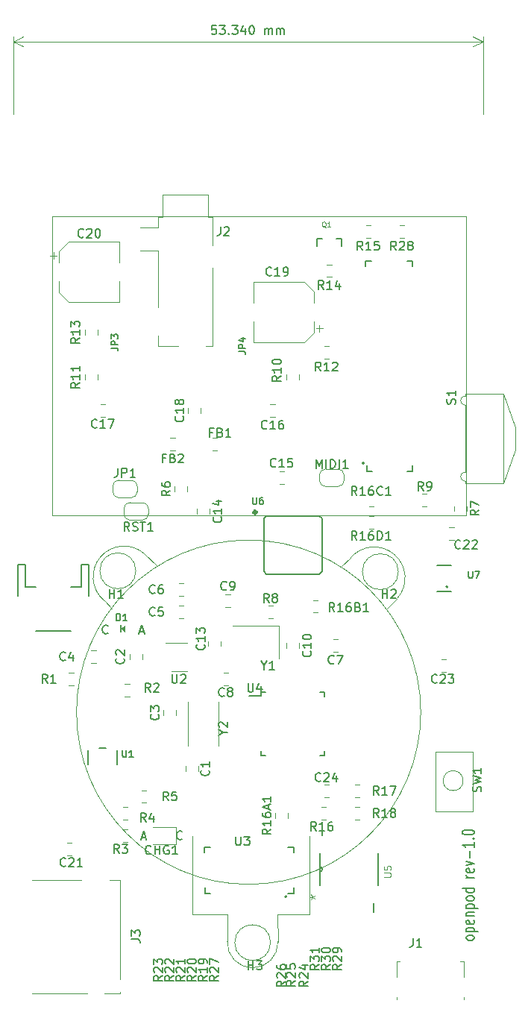
<source format=gbr>
G04 #@! TF.GenerationSoftware,KiCad,Pcbnew,5.1.3-ffb9f22~84~ubuntu18.10.1*
G04 #@! TF.CreationDate,2019-09-01T17:36:10+10:00*
G04 #@! TF.ProjectId,openpod-1,6f70656e-706f-4642-9d31-2e6b69636164,1.0*
G04 #@! TF.SameCoordinates,Original*
G04 #@! TF.FileFunction,Legend,Top*
G04 #@! TF.FilePolarity,Positive*
%FSLAX46Y46*%
G04 Gerber Fmt 4.6, Leading zero omitted, Abs format (unit mm)*
G04 Created by KiCad (PCBNEW 5.1.3-ffb9f22~84~ubuntu18.10.1) date 2019-09-01 17:36:10*
%MOMM*%
%LPD*%
G04 APERTURE LIST*
%ADD10C,0.150000*%
%ADD11C,0.120000*%
%ADD12C,0.100000*%
%ADD13C,0.203200*%
%ADD14C,0.406400*%
%ADD15C,0.152400*%
%ADD16C,0.138988*%
%ADD17C,0.146304*%
%ADD18C,0.115824*%
%ADD19C,0.076200*%
%ADD20C,0.121920*%
G04 APERTURE END LIST*
D10*
X128548785Y-120879428D02*
X128483471Y-120974666D01*
X128418157Y-121022285D01*
X128287528Y-121069904D01*
X127895642Y-121069904D01*
X127765014Y-121022285D01*
X127699700Y-120974666D01*
X127634385Y-120879428D01*
X127634385Y-120736571D01*
X127699700Y-120641333D01*
X127765014Y-120593714D01*
X127895642Y-120546095D01*
X128287528Y-120546095D01*
X128418157Y-120593714D01*
X128483471Y-120641333D01*
X128548785Y-120736571D01*
X128548785Y-120879428D01*
X127634385Y-120117523D02*
X129005985Y-120117523D01*
X127699700Y-120117523D02*
X127634385Y-120022285D01*
X127634385Y-119831809D01*
X127699700Y-119736571D01*
X127765014Y-119688952D01*
X127895642Y-119641333D01*
X128287528Y-119641333D01*
X128418157Y-119688952D01*
X128483471Y-119736571D01*
X128548785Y-119831809D01*
X128548785Y-120022285D01*
X128483471Y-120117523D01*
X128483471Y-118831809D02*
X128548785Y-118927047D01*
X128548785Y-119117523D01*
X128483471Y-119212761D01*
X128352842Y-119260380D01*
X127830328Y-119260380D01*
X127699700Y-119212761D01*
X127634385Y-119117523D01*
X127634385Y-118927047D01*
X127699700Y-118831809D01*
X127830328Y-118784190D01*
X127960957Y-118784190D01*
X128091585Y-119260380D01*
X127634385Y-118355619D02*
X128548785Y-118355619D01*
X127765014Y-118355619D02*
X127699700Y-118308000D01*
X127634385Y-118212761D01*
X127634385Y-118069904D01*
X127699700Y-117974666D01*
X127830328Y-117927047D01*
X128548785Y-117927047D01*
X127634385Y-117450857D02*
X129005985Y-117450857D01*
X127699700Y-117450857D02*
X127634385Y-117355619D01*
X127634385Y-117165142D01*
X127699700Y-117069904D01*
X127765014Y-117022285D01*
X127895642Y-116974666D01*
X128287528Y-116974666D01*
X128418157Y-117022285D01*
X128483471Y-117069904D01*
X128548785Y-117165142D01*
X128548785Y-117355619D01*
X128483471Y-117450857D01*
X128548785Y-116403238D02*
X128483471Y-116498476D01*
X128418157Y-116546095D01*
X128287528Y-116593714D01*
X127895642Y-116593714D01*
X127765014Y-116546095D01*
X127699700Y-116498476D01*
X127634385Y-116403238D01*
X127634385Y-116260380D01*
X127699700Y-116165142D01*
X127765014Y-116117523D01*
X127895642Y-116069904D01*
X128287528Y-116069904D01*
X128418157Y-116117523D01*
X128483471Y-116165142D01*
X128548785Y-116260380D01*
X128548785Y-116403238D01*
X128548785Y-115212761D02*
X127177185Y-115212761D01*
X128483471Y-115212761D02*
X128548785Y-115308000D01*
X128548785Y-115498476D01*
X128483471Y-115593714D01*
X128418157Y-115641333D01*
X128287528Y-115688952D01*
X127895642Y-115688952D01*
X127765014Y-115641333D01*
X127699700Y-115593714D01*
X127634385Y-115498476D01*
X127634385Y-115308000D01*
X127699700Y-115212761D01*
X128548785Y-113974666D02*
X127634385Y-113974666D01*
X127895642Y-113974666D02*
X127765014Y-113927047D01*
X127699700Y-113879428D01*
X127634385Y-113784190D01*
X127634385Y-113688952D01*
X128483471Y-112974666D02*
X128548785Y-113069904D01*
X128548785Y-113260380D01*
X128483471Y-113355619D01*
X128352842Y-113403238D01*
X127830328Y-113403238D01*
X127699700Y-113355619D01*
X127634385Y-113260380D01*
X127634385Y-113069904D01*
X127699700Y-112974666D01*
X127830328Y-112927047D01*
X127960957Y-112927047D01*
X128091585Y-113403238D01*
X127634385Y-112593714D02*
X128548785Y-112355619D01*
X127634385Y-112117523D01*
X128026271Y-111736571D02*
X128026271Y-110974666D01*
X128548785Y-109974666D02*
X128548785Y-110546095D01*
X128548785Y-110260380D02*
X127177185Y-110260380D01*
X127373128Y-110355619D01*
X127503757Y-110450857D01*
X127569071Y-110546095D01*
X128418157Y-109546095D02*
X128483471Y-109498476D01*
X128548785Y-109546095D01*
X128483471Y-109593714D01*
X128418157Y-109546095D01*
X128548785Y-109546095D01*
X127177185Y-108879428D02*
X127177185Y-108784190D01*
X127242500Y-108688952D01*
X127307814Y-108641333D01*
X127438442Y-108593714D01*
X127699700Y-108546095D01*
X128026271Y-108546095D01*
X128287528Y-108593714D01*
X128418157Y-108641333D01*
X128483471Y-108688952D01*
X128548785Y-108784190D01*
X128548785Y-108879428D01*
X128483471Y-108974666D01*
X128418157Y-109022285D01*
X128287528Y-109069904D01*
X128026271Y-109117523D01*
X127699700Y-109117523D01*
X127438442Y-109069904D01*
X127307814Y-109022285D01*
X127242500Y-108974666D01*
X127177185Y-108879428D01*
X99250952Y-17232380D02*
X98774761Y-17232380D01*
X98727142Y-17708571D01*
X98774761Y-17660952D01*
X98870000Y-17613333D01*
X99108095Y-17613333D01*
X99203333Y-17660952D01*
X99250952Y-17708571D01*
X99298571Y-17803809D01*
X99298571Y-18041904D01*
X99250952Y-18137142D01*
X99203333Y-18184761D01*
X99108095Y-18232380D01*
X98870000Y-18232380D01*
X98774761Y-18184761D01*
X98727142Y-18137142D01*
X99631904Y-17232380D02*
X100250952Y-17232380D01*
X99917619Y-17613333D01*
X100060476Y-17613333D01*
X100155714Y-17660952D01*
X100203333Y-17708571D01*
X100250952Y-17803809D01*
X100250952Y-18041904D01*
X100203333Y-18137142D01*
X100155714Y-18184761D01*
X100060476Y-18232380D01*
X99774761Y-18232380D01*
X99679523Y-18184761D01*
X99631904Y-18137142D01*
X100679523Y-18137142D02*
X100727142Y-18184761D01*
X100679523Y-18232380D01*
X100631904Y-18184761D01*
X100679523Y-18137142D01*
X100679523Y-18232380D01*
X101060476Y-17232380D02*
X101679523Y-17232380D01*
X101346190Y-17613333D01*
X101489047Y-17613333D01*
X101584285Y-17660952D01*
X101631904Y-17708571D01*
X101679523Y-17803809D01*
X101679523Y-18041904D01*
X101631904Y-18137142D01*
X101584285Y-18184761D01*
X101489047Y-18232380D01*
X101203333Y-18232380D01*
X101108095Y-18184761D01*
X101060476Y-18137142D01*
X102536666Y-17565714D02*
X102536666Y-18232380D01*
X102298571Y-17184761D02*
X102060476Y-17899047D01*
X102679523Y-17899047D01*
X103250952Y-17232380D02*
X103346190Y-17232380D01*
X103441428Y-17280000D01*
X103489047Y-17327619D01*
X103536666Y-17422857D01*
X103584285Y-17613333D01*
X103584285Y-17851428D01*
X103536666Y-18041904D01*
X103489047Y-18137142D01*
X103441428Y-18184761D01*
X103346190Y-18232380D01*
X103250952Y-18232380D01*
X103155714Y-18184761D01*
X103108095Y-18137142D01*
X103060476Y-18041904D01*
X103012857Y-17851428D01*
X103012857Y-17613333D01*
X103060476Y-17422857D01*
X103108095Y-17327619D01*
X103155714Y-17280000D01*
X103250952Y-17232380D01*
X104774761Y-18232380D02*
X104774761Y-17565714D01*
X104774761Y-17660952D02*
X104822380Y-17613333D01*
X104917619Y-17565714D01*
X105060476Y-17565714D01*
X105155714Y-17613333D01*
X105203333Y-17708571D01*
X105203333Y-18232380D01*
X105203333Y-17708571D02*
X105250952Y-17613333D01*
X105346190Y-17565714D01*
X105489047Y-17565714D01*
X105584285Y-17613333D01*
X105631904Y-17708571D01*
X105631904Y-18232380D01*
X106108095Y-18232380D02*
X106108095Y-17565714D01*
X106108095Y-17660952D02*
X106155714Y-17613333D01*
X106250952Y-17565714D01*
X106393809Y-17565714D01*
X106489047Y-17613333D01*
X106536666Y-17708571D01*
X106536666Y-18232380D01*
X106536666Y-17708571D02*
X106584285Y-17613333D01*
X106679523Y-17565714D01*
X106822380Y-17565714D01*
X106917619Y-17613333D01*
X106965238Y-17708571D01*
X106965238Y-18232380D01*
D11*
X76200000Y-19050000D02*
X129540000Y-19050000D01*
X76200000Y-27305000D02*
X76200000Y-18463579D01*
X129540000Y-27305000D02*
X129540000Y-18463579D01*
X129540000Y-19050000D02*
X128413496Y-19636421D01*
X129540000Y-19050000D02*
X128413496Y-18463579D01*
X76200000Y-19050000D02*
X77326504Y-19636421D01*
X76200000Y-19050000D02*
X77326504Y-18463579D01*
X94727500Y-108260000D02*
X92042500Y-108260000D01*
X94727500Y-110180000D02*
X94727500Y-108260000D01*
X92042500Y-110180000D02*
X94727500Y-110180000D01*
D12*
G36*
X88426000Y-85725000D02*
G01*
X88934000Y-86106000D01*
X88934000Y-85344000D01*
X88426000Y-85725000D01*
G37*
G36*
X88539500Y-86169500D02*
G01*
X88539500Y-85280500D01*
X88349000Y-85280500D01*
X88349000Y-86169500D01*
X88539500Y-86169500D01*
G37*
D11*
X110971750Y-52025250D02*
X110971750Y-51237750D01*
X111365500Y-51631500D02*
X110578000Y-51631500D01*
X110338000Y-47438437D02*
X109273563Y-46374000D01*
X110338000Y-52129563D02*
X109273563Y-53194000D01*
X110338000Y-52129563D02*
X110338000Y-50844000D01*
X110338000Y-47438437D02*
X110338000Y-48724000D01*
X109273563Y-46374000D02*
X103518000Y-46374000D01*
X109273563Y-53194000D02*
X103518000Y-53194000D01*
X103518000Y-53194000D02*
X103518000Y-50844000D01*
X103518000Y-46374000D02*
X103518000Y-48724000D01*
X92670000Y-42764000D02*
X90670000Y-42764000D01*
X92670000Y-40164000D02*
X90670000Y-40164000D01*
X92670000Y-49264000D02*
X92670000Y-42764000D01*
X92670000Y-53664000D02*
X92670000Y-52464000D01*
X94920000Y-53664000D02*
X92670000Y-53664000D01*
X98870000Y-53664000D02*
X98120000Y-53664000D01*
X98870000Y-44764000D02*
X98870000Y-53664000D01*
X98870000Y-38964000D02*
X98870000Y-42164000D01*
X98370000Y-38964000D02*
X98870000Y-38964000D01*
X98370000Y-36464000D02*
X98370000Y-38964000D01*
X93170000Y-36464000D02*
X98370000Y-36464000D01*
X93170000Y-38964000D02*
X93170000Y-36464000D01*
X92670000Y-38964000D02*
X93170000Y-38964000D01*
X92670000Y-40164000D02*
X92670000Y-38964000D01*
X80792250Y-42970750D02*
X80792250Y-43758250D01*
X80398500Y-43364500D02*
X81186000Y-43364500D01*
X81426000Y-47557563D02*
X82490437Y-48622000D01*
X81426000Y-42866437D02*
X82490437Y-41802000D01*
X81426000Y-42866437D02*
X81426000Y-44152000D01*
X81426000Y-47557563D02*
X81426000Y-46272000D01*
X82490437Y-48622000D02*
X88246000Y-48622000D01*
X82490437Y-41802000D02*
X88246000Y-41802000D01*
X88246000Y-41802000D02*
X88246000Y-44152000D01*
X88246000Y-48622000D02*
X88246000Y-46272000D01*
D13*
X97958900Y-115759300D02*
X97958900Y-115124300D01*
X97938900Y-110514100D02*
X97938900Y-111149100D01*
X108064700Y-115762300D02*
X107429700Y-115762300D01*
X97958900Y-115759300D02*
X98593900Y-115759300D01*
X108064700Y-115762300D02*
X108064700Y-115127300D01*
X97938900Y-110514100D02*
X98573900Y-110514100D01*
X108029300Y-110494100D02*
X108029300Y-111129100D01*
X107277300Y-116143300D02*
G75*
G03X107277300Y-116143300I-101600J0D01*
G01*
X108029300Y-110494100D02*
X107394300Y-110494100D01*
D11*
X86523443Y-82523658D02*
X87440000Y-83445000D01*
X86523443Y-82523658D02*
G75*
G02X91089999Y-77195001I2266557J2678658D01*
G01*
X90127656Y-79145000D02*
G75*
G03X90127656Y-79145000I-2037656J0D01*
G01*
X91089999Y-77195001D02*
X92540000Y-78645000D01*
X119839999Y-82244999D02*
X118590000Y-83495000D01*
X122480023Y-95195000D02*
G75*
G03X122480023Y-95195000I-19540023J0D01*
G01*
X105416346Y-121348500D02*
G75*
G03X105416346Y-121348500I-2024846J0D01*
G01*
X106263395Y-121243663D02*
G75*
G02X100520500Y-121221500I-2871895J-104837D01*
G01*
X100520500Y-121221500D02*
X100520500Y-118110000D01*
X106263395Y-121243663D02*
X106235500Y-118110000D01*
X109855000Y-109220000D02*
X109855000Y-118110000D01*
X109855000Y-118110000D02*
X106235500Y-118110000D01*
X100520500Y-118110000D02*
X96520000Y-118110000D01*
X96520000Y-118110000D02*
X96520000Y-109220000D01*
X119927656Y-79245000D02*
G75*
G03X119927656Y-79245000I-2037656J0D01*
G01*
X114511342Y-77678443D02*
G75*
G02X119839999Y-82244999I2678658J-2266557D01*
G01*
X114511342Y-77678443D02*
X113490000Y-78645000D01*
X95810000Y-101861252D02*
X95810000Y-101338748D01*
X97230000Y-101861252D02*
X97230000Y-101338748D01*
X94690000Y-95511252D02*
X94690000Y-94988748D01*
X93270000Y-95511252D02*
X93270000Y-94988748D01*
X85596252Y-88190000D02*
X85073748Y-88190000D01*
X85596252Y-89610000D02*
X85073748Y-89610000D01*
X95511252Y-80570000D02*
X94988748Y-80570000D01*
X95511252Y-81990000D02*
X94988748Y-81990000D01*
X113046252Y-88340000D02*
X112523748Y-88340000D01*
X113046252Y-86920000D02*
X112523748Y-86920000D01*
X100591252Y-90730000D02*
X100068748Y-90730000D01*
X100591252Y-92150000D02*
X100068748Y-92150000D01*
X100313748Y-83260000D02*
X100836252Y-83260000D01*
X100313748Y-81840000D02*
X100836252Y-81840000D01*
X107240000Y-87368748D02*
X107240000Y-87891252D01*
X108660000Y-87368748D02*
X108660000Y-87891252D01*
X99770000Y-87646252D02*
X99770000Y-87123748D01*
X98350000Y-87646252D02*
X98350000Y-87123748D01*
X97080000Y-72128748D02*
X97080000Y-72651252D01*
X98500000Y-72128748D02*
X98500000Y-72651252D01*
X106418748Y-69290000D02*
X106941252Y-69290000D01*
X106418748Y-67870000D02*
X106941252Y-67870000D01*
X97475000Y-61221252D02*
X97475000Y-60698748D01*
X96055000Y-61221252D02*
X96055000Y-60698748D01*
X82811252Y-110025000D02*
X82288748Y-110025000D01*
X82811252Y-111445000D02*
X82288748Y-111445000D01*
X125713748Y-75640000D02*
X126236252Y-75640000D01*
X125713748Y-74220000D02*
X126236252Y-74220000D01*
X124833748Y-90626000D02*
X125356252Y-90626000D01*
X124833748Y-89206000D02*
X125356252Y-89206000D01*
X98801422Y-65480000D02*
X99318578Y-65480000D01*
X98801422Y-64060000D02*
X99318578Y-64060000D01*
X94571078Y-64060000D02*
X94053922Y-64060000D01*
X94571078Y-65480000D02*
X94053922Y-65480000D01*
X127370000Y-123455000D02*
X126990000Y-123455000D01*
X127370000Y-127505000D02*
X127370000Y-127765000D01*
X127370000Y-123455000D02*
X127370000Y-125225000D01*
X119750000Y-123455000D02*
X120130000Y-123455000D01*
X119750000Y-125225000D02*
X119750000Y-123455000D01*
X119750000Y-127765000D02*
X119750000Y-127505000D01*
X88335000Y-126975000D02*
X88335000Y-127085000D01*
X87175000Y-114215000D02*
X88335000Y-114215000D01*
X88335000Y-114215000D02*
X88335000Y-125475000D01*
X88335000Y-127085000D02*
X86525000Y-127085000D01*
X83925000Y-114215000D02*
X78325000Y-114215000D01*
X84625000Y-127085000D02*
X78325000Y-127085000D01*
X113080000Y-69580000D02*
X111680000Y-69580000D01*
X110980000Y-68880000D02*
X110980000Y-68280000D01*
X111680000Y-67580000D02*
X113080000Y-67580000D01*
X113780000Y-68280000D02*
X113780000Y-68880000D01*
X113780000Y-68880000D02*
G75*
G02X113080000Y-69580000I-700000J0D01*
G01*
X113080000Y-67580000D02*
G75*
G02X113780000Y-68280000I0J-700000D01*
G01*
X110980000Y-68280000D02*
G75*
G02X111680000Y-67580000I700000J0D01*
G01*
X111680000Y-69580000D02*
G75*
G02X110980000Y-68880000I0J700000D01*
G01*
X82533748Y-92150000D02*
X83056252Y-92150000D01*
X82533748Y-90730000D02*
X83056252Y-90730000D01*
X89161252Y-108510000D02*
X88638748Y-108510000D01*
X89161252Y-109930000D02*
X88638748Y-109930000D01*
X88638748Y-107390000D02*
X89161252Y-107390000D01*
X88638748Y-105970000D02*
X89161252Y-105970000D01*
X90788748Y-104065000D02*
X91311252Y-104065000D01*
X90788748Y-105485000D02*
X91311252Y-105485000D01*
X95960000Y-70111252D02*
X95960000Y-69588748D01*
X94540000Y-70111252D02*
X94540000Y-69588748D01*
X105671252Y-83110000D02*
X105148748Y-83110000D01*
X105671252Y-84530000D02*
X105148748Y-84530000D01*
X107240000Y-56888748D02*
X107240000Y-57411252D01*
X108660000Y-56888748D02*
X108660000Y-57411252D01*
X84380000Y-56888748D02*
X84380000Y-57411252D01*
X85800000Y-56888748D02*
X85800000Y-57411252D01*
X112030252Y-53646000D02*
X111507748Y-53646000D01*
X112030252Y-55066000D02*
X111507748Y-55066000D01*
X84380000Y-51808748D02*
X84380000Y-52331252D01*
X85800000Y-51808748D02*
X85800000Y-52331252D01*
X110228748Y-83895000D02*
X110751252Y-83895000D01*
X110228748Y-82475000D02*
X110751252Y-82475000D01*
X116578748Y-71830000D02*
X117101252Y-71830000D01*
X116578748Y-70410000D02*
X117101252Y-70410000D01*
X116578748Y-74370000D02*
X117101252Y-74370000D01*
X116578748Y-72950000D02*
X117101252Y-72950000D01*
X89470000Y-73390000D02*
G75*
G02X88770000Y-72690000I0J700000D01*
G01*
X88770000Y-72090000D02*
G75*
G02X89470000Y-71390000I700000J0D01*
G01*
X90870000Y-71390000D02*
G75*
G02X91570000Y-72090000I0J-700000D01*
G01*
X91570000Y-72690000D02*
G75*
G02X90870000Y-73390000I-700000J0D01*
G01*
X91570000Y-72090000D02*
X91570000Y-72690000D01*
X89470000Y-71390000D02*
X90870000Y-71390000D01*
X88770000Y-72690000D02*
X88770000Y-72090000D01*
X90870000Y-73390000D02*
X89470000Y-73390000D01*
D13*
X85960000Y-99280000D02*
X86760000Y-99280000D01*
X88010000Y-99530000D02*
X88010000Y-101130000D01*
X84710000Y-99530000D02*
X84710000Y-101130000D01*
D10*
X104325000Y-93320000D02*
X102950000Y-93320000D01*
X111575000Y-92895000D02*
X111050000Y-92895000D01*
X111575000Y-100145000D02*
X111050000Y-100145000D01*
X104325000Y-100145000D02*
X104850000Y-100145000D01*
X104325000Y-92895000D02*
X104850000Y-92895000D01*
X104325000Y-100145000D02*
X104325000Y-99620000D01*
X111575000Y-100145000D02*
X111575000Y-99620000D01*
X111575000Y-92895000D02*
X111575000Y-93420000D01*
X104325000Y-92895000D02*
X104325000Y-93320000D01*
D14*
X103800000Y-72496000D02*
G75*
G03X103800000Y-72496000I-150000J0D01*
G01*
D13*
X111250000Y-73200000D02*
X110950000Y-72900000D01*
X110950000Y-79500000D02*
X111250000Y-79200000D01*
X104650000Y-79200000D02*
X104950000Y-79500000D01*
X104650000Y-73200000D02*
X104650000Y-79200000D01*
X104950000Y-72900000D02*
X104650000Y-73200000D01*
X110950000Y-72900000D02*
X104950000Y-72900000D01*
X111250000Y-79200000D02*
X111250000Y-73200000D01*
X104950000Y-79500000D02*
X110950000Y-79500000D01*
X125545000Y-80960000D02*
G75*
G03X125545000Y-80960000I-100000J0D01*
G01*
X125895000Y-78560000D02*
X124295000Y-78560000D01*
X124295000Y-81460000D02*
X125895000Y-81460000D01*
D11*
X99500000Y-99020000D02*
X99500000Y-94020000D01*
X96080000Y-99020000D02*
X96080000Y-94020000D01*
X95511252Y-83110000D02*
X94988748Y-83110000D01*
X95511252Y-84530000D02*
X94988748Y-84530000D01*
X90880000Y-88638748D02*
X90880000Y-89161252D01*
X89460000Y-88638748D02*
X89460000Y-89161252D01*
X88883748Y-93420000D02*
X89406252Y-93420000D01*
X88883748Y-92000000D02*
X89406252Y-92000000D01*
X95980000Y-87290000D02*
X93530000Y-87290000D01*
X94180000Y-90510000D02*
X95980000Y-90510000D01*
X105916252Y-60250000D02*
X105393748Y-60250000D01*
X105916252Y-61670000D02*
X105393748Y-61670000D01*
X86098748Y-61670000D02*
X86621252Y-61670000D01*
X86098748Y-60250000D02*
X86621252Y-60250000D01*
X107390000Y-107186252D02*
X107390000Y-106663748D01*
X105970000Y-107186252D02*
X105970000Y-106663748D01*
D15*
X110998000Y-113334800D02*
G75*
G03X110998000Y-112725200I0J304800D01*
G01*
X110998000Y-113334800D02*
X110998000Y-114858800D01*
X110998000Y-112725200D02*
X110998000Y-113334800D01*
X110998000Y-111201200D02*
X110998000Y-112725200D01*
X117602000Y-114858800D02*
X117602000Y-111201200D01*
X117170200Y-117932200D02*
X117170200Y-116916200D01*
X111302800Y-109169200D02*
X111302800Y-108153200D01*
D11*
X112018578Y-103430000D02*
X111501422Y-103430000D01*
X112018578Y-104850000D02*
X111501422Y-104850000D01*
X126290000Y-71798922D02*
X126290000Y-72316078D01*
X127710000Y-71798922D02*
X127710000Y-72316078D01*
X111686078Y-105970000D02*
X111168922Y-105970000D01*
X111686078Y-107390000D02*
X111168922Y-107390000D01*
X115008922Y-104850000D02*
X115526078Y-104850000D01*
X115008922Y-103430000D02*
X115526078Y-103430000D01*
X115526078Y-105970000D02*
X115008922Y-105970000D01*
X115526078Y-107390000D02*
X115008922Y-107390000D01*
X88200000Y-68850000D02*
X89600000Y-68850000D01*
X90300000Y-69550000D02*
X90300000Y-70150000D01*
X89600000Y-70850000D02*
X88200000Y-70850000D01*
X87500000Y-70150000D02*
X87500000Y-69550000D01*
X87500000Y-69550000D02*
G75*
G02X88200000Y-68850000I700000J0D01*
G01*
X88200000Y-70850000D02*
G75*
G02X87500000Y-70150000I0J700000D01*
G01*
X90300000Y-70150000D02*
G75*
G02X89600000Y-70850000I-700000J0D01*
G01*
X89600000Y-68850000D02*
G75*
G02X90300000Y-69550000I0J-700000D01*
G01*
X106410000Y-85400000D02*
X101110000Y-85400000D01*
X106410000Y-89100000D02*
X106410000Y-85400000D01*
X133223000Y-62865000D02*
X131826000Y-59055000D01*
X133223000Y-65405000D02*
X131826000Y-69215000D01*
X131826000Y-69215000D02*
X131826000Y-59055000D01*
X127508000Y-67945000D02*
X127508000Y-60325000D01*
X127508000Y-69215000D02*
X127508000Y-68961000D01*
X127508000Y-59055000D02*
X127508000Y-59309000D01*
X127508000Y-60325000D02*
G75*
G02X127508000Y-59309000I0J508000D01*
G01*
X127508000Y-68961000D02*
G75*
G02X127508000Y-67945000I0J508000D01*
G01*
X131826000Y-59055000D02*
X127508000Y-59055000D01*
X133223000Y-65405000D02*
X133223000Y-62865000D01*
X127508000Y-69215000D02*
X131826000Y-69215000D01*
X123116078Y-70410000D02*
X122598922Y-70410000D01*
X123116078Y-71830000D02*
X122598922Y-71830000D01*
D13*
X113480000Y-41480000D02*
X113480000Y-42280000D01*
X112880000Y-41480000D02*
X113480000Y-41480000D01*
X110680000Y-41480000D02*
X110680000Y-42280000D01*
X111280000Y-41480000D02*
X110680000Y-41480000D01*
D11*
X112351078Y-44375000D02*
X111833922Y-44375000D01*
X112351078Y-45795000D02*
X111833922Y-45795000D01*
X116766078Y-39930000D02*
X116248922Y-39930000D01*
X116766078Y-41350000D02*
X116248922Y-41350000D01*
X120576078Y-41350000D02*
X120058922Y-41350000D01*
X120576078Y-39930000D02*
X120058922Y-39930000D01*
X80605000Y-38880000D02*
X80605000Y-72880000D01*
X127605000Y-72880000D02*
X127605000Y-38880000D01*
X127605000Y-38880000D02*
X80605000Y-38880000D01*
X80605000Y-72880000D02*
X127605000Y-72880000D01*
D13*
X116052600Y-66929000D02*
G75*
G03X116052600Y-66929000I-101600J0D01*
G01*
X121539000Y-67818000D02*
X121539000Y-67183000D01*
X121539000Y-67818000D02*
X120904000Y-67818000D01*
X121539000Y-43942000D02*
X121539000Y-44577000D01*
X121539000Y-43942000D02*
X120904000Y-43942000D01*
X116205000Y-43942000D02*
X116840000Y-43942000D01*
X116205000Y-43942000D02*
X116205000Y-44577000D01*
X116332000Y-67818000D02*
X116332000Y-67183000D01*
X116332000Y-67818000D02*
X116967000Y-67818000D01*
D11*
X124155000Y-106470000D02*
X128355000Y-106470000D01*
X128355000Y-106470000D02*
X128355000Y-99670000D01*
X128355000Y-99670000D02*
X124155000Y-99670000D01*
X124155000Y-99670000D02*
X124155000Y-106470000D01*
X127286371Y-102970000D02*
G75*
G03X127286371Y-102970000I-1131371J0D01*
G01*
D13*
X78772000Y-85955000D02*
X82772000Y-85955000D01*
X76772000Y-78455000D02*
X76772000Y-81955000D01*
X77572000Y-78455000D02*
X76772000Y-78455000D01*
X77572000Y-80955000D02*
X77572000Y-78455000D01*
X78772000Y-80955000D02*
X77572000Y-80955000D01*
X83972000Y-80955000D02*
X82772000Y-80955000D01*
X83972000Y-78455000D02*
X83972000Y-80955000D01*
X84772000Y-78455000D02*
X83972000Y-78455000D01*
X84772000Y-81955000D02*
X84772000Y-78455000D01*
D10*
X91852023Y-111227142D02*
X91804404Y-111274761D01*
X91661547Y-111322380D01*
X91566309Y-111322380D01*
X91423452Y-111274761D01*
X91328214Y-111179523D01*
X91280595Y-111084285D01*
X91232976Y-110893809D01*
X91232976Y-110750952D01*
X91280595Y-110560476D01*
X91328214Y-110465238D01*
X91423452Y-110370000D01*
X91566309Y-110322380D01*
X91661547Y-110322380D01*
X91804404Y-110370000D01*
X91852023Y-110417619D01*
X92280595Y-111322380D02*
X92280595Y-110322380D01*
X92280595Y-110798571D02*
X92852023Y-110798571D01*
X92852023Y-111322380D02*
X92852023Y-110322380D01*
X93852023Y-110370000D02*
X93756785Y-110322380D01*
X93613928Y-110322380D01*
X93471071Y-110370000D01*
X93375833Y-110465238D01*
X93328214Y-110560476D01*
X93280595Y-110750952D01*
X93280595Y-110893809D01*
X93328214Y-111084285D01*
X93375833Y-111179523D01*
X93471071Y-111274761D01*
X93613928Y-111322380D01*
X93709166Y-111322380D01*
X93852023Y-111274761D01*
X93899642Y-111227142D01*
X93899642Y-110893809D01*
X93709166Y-110893809D01*
X94852023Y-111322380D02*
X94280595Y-111322380D01*
X94566309Y-111322380D02*
X94566309Y-110322380D01*
X94471071Y-110465238D01*
X94375833Y-110560476D01*
X94280595Y-110608095D01*
X95384023Y-109577142D02*
X95336404Y-109624761D01*
X95193547Y-109672380D01*
X95098309Y-109672380D01*
X94955452Y-109624761D01*
X94860214Y-109529523D01*
X94812595Y-109434285D01*
X94764976Y-109243809D01*
X94764976Y-109100952D01*
X94812595Y-108910476D01*
X94860214Y-108815238D01*
X94955452Y-108720000D01*
X95098309Y-108672380D01*
X95193547Y-108672380D01*
X95336404Y-108720000D01*
X95384023Y-108767619D01*
X90772404Y-109386666D02*
X91248595Y-109386666D01*
X90677166Y-109672380D02*
X91010500Y-108672380D01*
X91343833Y-109672380D01*
D16*
X87938189Y-84799230D02*
X87938189Y-84027070D01*
X88122037Y-84027070D01*
X88232346Y-84063840D01*
X88305885Y-84137379D01*
X88342654Y-84210918D01*
X88379424Y-84357996D01*
X88379424Y-84468304D01*
X88342654Y-84615382D01*
X88305885Y-84688921D01*
X88232346Y-84762460D01*
X88122037Y-84799230D01*
X87938189Y-84799230D01*
X89114814Y-84799230D02*
X88673580Y-84799230D01*
X88894197Y-84799230D02*
X88894197Y-84027070D01*
X88820658Y-84137379D01*
X88747119Y-84210918D01*
X88673580Y-84247687D01*
D10*
X90566904Y-86018666D02*
X91043095Y-86018666D01*
X90471666Y-86304380D02*
X90805000Y-85304380D01*
X91138333Y-86304380D01*
X86957523Y-86209142D02*
X86909904Y-86256761D01*
X86767047Y-86304380D01*
X86671809Y-86304380D01*
X86528952Y-86256761D01*
X86433714Y-86161523D01*
X86386095Y-86066285D01*
X86338476Y-85875809D01*
X86338476Y-85732952D01*
X86386095Y-85542476D01*
X86433714Y-85447238D01*
X86528952Y-85352000D01*
X86671809Y-85304380D01*
X86767047Y-85304380D01*
X86909904Y-85352000D01*
X86957523Y-85399619D01*
X102870095Y-124404380D02*
X102870095Y-123404380D01*
X102870095Y-123880571D02*
X103441523Y-123880571D01*
X103441523Y-124404380D02*
X103441523Y-123404380D01*
X103822476Y-123404380D02*
X104441523Y-123404380D01*
X104108190Y-123785333D01*
X104251047Y-123785333D01*
X104346285Y-123832952D01*
X104393904Y-123880571D01*
X104441523Y-123975809D01*
X104441523Y-124213904D01*
X104393904Y-124309142D01*
X104346285Y-124356761D01*
X104251047Y-124404380D01*
X103965333Y-124404380D01*
X103870095Y-124356761D01*
X103822476Y-124309142D01*
X118110095Y-82240380D02*
X118110095Y-81240380D01*
X118110095Y-81716571D02*
X118681523Y-81716571D01*
X118681523Y-82240380D02*
X118681523Y-81240380D01*
X119110095Y-81335619D02*
X119157714Y-81288000D01*
X119252952Y-81240380D01*
X119491047Y-81240380D01*
X119586285Y-81288000D01*
X119633904Y-81335619D01*
X119681523Y-81430857D01*
X119681523Y-81526095D01*
X119633904Y-81668952D01*
X119062476Y-82240380D01*
X119681523Y-82240380D01*
X87122095Y-82240380D02*
X87122095Y-81240380D01*
X87122095Y-81716571D02*
X87693523Y-81716571D01*
X87693523Y-82240380D02*
X87693523Y-81240380D01*
X88693523Y-82240380D02*
X88122095Y-82240380D01*
X88407809Y-82240380D02*
X88407809Y-81240380D01*
X88312571Y-81383238D01*
X88217333Y-81478476D01*
X88122095Y-81526095D01*
X105529142Y-45569142D02*
X105481523Y-45616761D01*
X105338666Y-45664380D01*
X105243428Y-45664380D01*
X105100571Y-45616761D01*
X105005333Y-45521523D01*
X104957714Y-45426285D01*
X104910095Y-45235809D01*
X104910095Y-45092952D01*
X104957714Y-44902476D01*
X105005333Y-44807238D01*
X105100571Y-44712000D01*
X105243428Y-44664380D01*
X105338666Y-44664380D01*
X105481523Y-44712000D01*
X105529142Y-44759619D01*
X106481523Y-45664380D02*
X105910095Y-45664380D01*
X106195809Y-45664380D02*
X106195809Y-44664380D01*
X106100571Y-44807238D01*
X106005333Y-44902476D01*
X105910095Y-44950095D01*
X106957714Y-45664380D02*
X107148190Y-45664380D01*
X107243428Y-45616761D01*
X107291047Y-45569142D01*
X107386285Y-45426285D01*
X107433904Y-45235809D01*
X107433904Y-44854857D01*
X107386285Y-44759619D01*
X107338666Y-44712000D01*
X107243428Y-44664380D01*
X107052952Y-44664380D01*
X106957714Y-44712000D01*
X106910095Y-44759619D01*
X106862476Y-44854857D01*
X106862476Y-45092952D01*
X106910095Y-45188190D01*
X106957714Y-45235809D01*
X107052952Y-45283428D01*
X107243428Y-45283428D01*
X107338666Y-45235809D01*
X107386285Y-45188190D01*
X107433904Y-45092952D01*
X99742666Y-40092380D02*
X99742666Y-40806666D01*
X99695047Y-40949523D01*
X99599809Y-41044761D01*
X99456952Y-41092380D01*
X99361714Y-41092380D01*
X100171238Y-40187619D02*
X100218857Y-40140000D01*
X100314095Y-40092380D01*
X100552190Y-40092380D01*
X100647428Y-40140000D01*
X100695047Y-40187619D01*
X100742666Y-40282857D01*
X100742666Y-40378095D01*
X100695047Y-40520952D01*
X100123619Y-41092380D01*
X100742666Y-41092380D01*
X84193142Y-41219142D02*
X84145523Y-41266761D01*
X84002666Y-41314380D01*
X83907428Y-41314380D01*
X83764571Y-41266761D01*
X83669333Y-41171523D01*
X83621714Y-41076285D01*
X83574095Y-40885809D01*
X83574095Y-40742952D01*
X83621714Y-40552476D01*
X83669333Y-40457238D01*
X83764571Y-40362000D01*
X83907428Y-40314380D01*
X84002666Y-40314380D01*
X84145523Y-40362000D01*
X84193142Y-40409619D01*
X84574095Y-40409619D02*
X84621714Y-40362000D01*
X84716952Y-40314380D01*
X84955047Y-40314380D01*
X85050285Y-40362000D01*
X85097904Y-40409619D01*
X85145523Y-40504857D01*
X85145523Y-40600095D01*
X85097904Y-40742952D01*
X84526476Y-41314380D01*
X85145523Y-41314380D01*
X85764571Y-40314380D02*
X85859809Y-40314380D01*
X85955047Y-40362000D01*
X86002666Y-40409619D01*
X86050285Y-40504857D01*
X86097904Y-40695333D01*
X86097904Y-40933428D01*
X86050285Y-41123904D01*
X86002666Y-41219142D01*
X85955047Y-41266761D01*
X85859809Y-41314380D01*
X85764571Y-41314380D01*
X85669333Y-41266761D01*
X85621714Y-41219142D01*
X85574095Y-41123904D01*
X85526476Y-40933428D01*
X85526476Y-40695333D01*
X85574095Y-40504857D01*
X85621714Y-40409619D01*
X85669333Y-40362000D01*
X85764571Y-40314380D01*
X101473095Y-109307380D02*
X101473095Y-110116904D01*
X101520714Y-110212142D01*
X101568333Y-110259761D01*
X101663571Y-110307380D01*
X101854047Y-110307380D01*
X101949285Y-110259761D01*
X101996904Y-110212142D01*
X102044523Y-110116904D01*
X102044523Y-109307380D01*
X102425476Y-109307380D02*
X103044523Y-109307380D01*
X102711190Y-109688333D01*
X102854047Y-109688333D01*
X102949285Y-109735952D01*
X102996904Y-109783571D01*
X103044523Y-109878809D01*
X103044523Y-110116904D01*
X102996904Y-110212142D01*
X102949285Y-110259761D01*
X102854047Y-110307380D01*
X102568333Y-110307380D01*
X102473095Y-110259761D01*
X102425476Y-110212142D01*
X98401142Y-101766666D02*
X98448761Y-101814285D01*
X98496380Y-101957142D01*
X98496380Y-102052380D01*
X98448761Y-102195238D01*
X98353523Y-102290476D01*
X98258285Y-102338095D01*
X98067809Y-102385714D01*
X97924952Y-102385714D01*
X97734476Y-102338095D01*
X97639238Y-102290476D01*
X97544000Y-102195238D01*
X97496380Y-102052380D01*
X97496380Y-101957142D01*
X97544000Y-101814285D01*
X97591619Y-101766666D01*
X98496380Y-100814285D02*
X98496380Y-101385714D01*
X98496380Y-101100000D02*
X97496380Y-101100000D01*
X97639238Y-101195238D01*
X97734476Y-101290476D01*
X97782095Y-101385714D01*
X92687142Y-95416666D02*
X92734761Y-95464285D01*
X92782380Y-95607142D01*
X92782380Y-95702380D01*
X92734761Y-95845238D01*
X92639523Y-95940476D01*
X92544285Y-95988095D01*
X92353809Y-96035714D01*
X92210952Y-96035714D01*
X92020476Y-95988095D01*
X91925238Y-95940476D01*
X91830000Y-95845238D01*
X91782380Y-95702380D01*
X91782380Y-95607142D01*
X91830000Y-95464285D01*
X91877619Y-95416666D01*
X91782380Y-95083333D02*
X91782380Y-94464285D01*
X92163333Y-94797619D01*
X92163333Y-94654761D01*
X92210952Y-94559523D01*
X92258571Y-94511904D01*
X92353809Y-94464285D01*
X92591904Y-94464285D01*
X92687142Y-94511904D01*
X92734761Y-94559523D01*
X92782380Y-94654761D01*
X92782380Y-94940476D01*
X92734761Y-95035714D01*
X92687142Y-95083333D01*
X82129333Y-89257142D02*
X82081714Y-89304761D01*
X81938857Y-89352380D01*
X81843619Y-89352380D01*
X81700761Y-89304761D01*
X81605523Y-89209523D01*
X81557904Y-89114285D01*
X81510285Y-88923809D01*
X81510285Y-88780952D01*
X81557904Y-88590476D01*
X81605523Y-88495238D01*
X81700761Y-88400000D01*
X81843619Y-88352380D01*
X81938857Y-88352380D01*
X82081714Y-88400000D01*
X82129333Y-88447619D01*
X82986476Y-88685714D02*
X82986476Y-89352380D01*
X82748380Y-88304761D02*
X82510285Y-89019047D01*
X83129333Y-89019047D01*
X92289333Y-81637142D02*
X92241714Y-81684761D01*
X92098857Y-81732380D01*
X92003619Y-81732380D01*
X91860761Y-81684761D01*
X91765523Y-81589523D01*
X91717904Y-81494285D01*
X91670285Y-81303809D01*
X91670285Y-81160952D01*
X91717904Y-80970476D01*
X91765523Y-80875238D01*
X91860761Y-80780000D01*
X92003619Y-80732380D01*
X92098857Y-80732380D01*
X92241714Y-80780000D01*
X92289333Y-80827619D01*
X93146476Y-80732380D02*
X92956000Y-80732380D01*
X92860761Y-80780000D01*
X92813142Y-80827619D01*
X92717904Y-80970476D01*
X92670285Y-81160952D01*
X92670285Y-81541904D01*
X92717904Y-81637142D01*
X92765523Y-81684761D01*
X92860761Y-81732380D01*
X93051238Y-81732380D01*
X93146476Y-81684761D01*
X93194095Y-81637142D01*
X93241714Y-81541904D01*
X93241714Y-81303809D01*
X93194095Y-81208571D01*
X93146476Y-81160952D01*
X93051238Y-81113333D01*
X92860761Y-81113333D01*
X92765523Y-81160952D01*
X92717904Y-81208571D01*
X92670285Y-81303809D01*
X112618333Y-89637142D02*
X112570714Y-89684761D01*
X112427857Y-89732380D01*
X112332619Y-89732380D01*
X112189761Y-89684761D01*
X112094523Y-89589523D01*
X112046904Y-89494285D01*
X111999285Y-89303809D01*
X111999285Y-89160952D01*
X112046904Y-88970476D01*
X112094523Y-88875238D01*
X112189761Y-88780000D01*
X112332619Y-88732380D01*
X112427857Y-88732380D01*
X112570714Y-88780000D01*
X112618333Y-88827619D01*
X112951666Y-88732380D02*
X113618333Y-88732380D01*
X113189761Y-89732380D01*
X100163333Y-93321142D02*
X100115714Y-93368761D01*
X99972857Y-93416380D01*
X99877619Y-93416380D01*
X99734761Y-93368761D01*
X99639523Y-93273523D01*
X99591904Y-93178285D01*
X99544285Y-92987809D01*
X99544285Y-92844952D01*
X99591904Y-92654476D01*
X99639523Y-92559238D01*
X99734761Y-92464000D01*
X99877619Y-92416380D01*
X99972857Y-92416380D01*
X100115714Y-92464000D01*
X100163333Y-92511619D01*
X100734761Y-92844952D02*
X100639523Y-92797333D01*
X100591904Y-92749714D01*
X100544285Y-92654476D01*
X100544285Y-92606857D01*
X100591904Y-92511619D01*
X100639523Y-92464000D01*
X100734761Y-92416380D01*
X100925238Y-92416380D01*
X101020476Y-92464000D01*
X101068095Y-92511619D01*
X101115714Y-92606857D01*
X101115714Y-92654476D01*
X101068095Y-92749714D01*
X101020476Y-92797333D01*
X100925238Y-92844952D01*
X100734761Y-92844952D01*
X100639523Y-92892571D01*
X100591904Y-92940190D01*
X100544285Y-93035428D01*
X100544285Y-93225904D01*
X100591904Y-93321142D01*
X100639523Y-93368761D01*
X100734761Y-93416380D01*
X100925238Y-93416380D01*
X101020476Y-93368761D01*
X101068095Y-93321142D01*
X101115714Y-93225904D01*
X101115714Y-93035428D01*
X101068095Y-92940190D01*
X101020476Y-92892571D01*
X100925238Y-92844952D01*
X100417333Y-81257142D02*
X100369714Y-81304761D01*
X100226857Y-81352380D01*
X100131619Y-81352380D01*
X99988761Y-81304761D01*
X99893523Y-81209523D01*
X99845904Y-81114285D01*
X99798285Y-80923809D01*
X99798285Y-80780952D01*
X99845904Y-80590476D01*
X99893523Y-80495238D01*
X99988761Y-80400000D01*
X100131619Y-80352380D01*
X100226857Y-80352380D01*
X100369714Y-80400000D01*
X100417333Y-80447619D01*
X100893523Y-81352380D02*
X101084000Y-81352380D01*
X101179238Y-81304761D01*
X101226857Y-81257142D01*
X101322095Y-81114285D01*
X101369714Y-80923809D01*
X101369714Y-80542857D01*
X101322095Y-80447619D01*
X101274476Y-80400000D01*
X101179238Y-80352380D01*
X100988761Y-80352380D01*
X100893523Y-80400000D01*
X100845904Y-80447619D01*
X100798285Y-80542857D01*
X100798285Y-80780952D01*
X100845904Y-80876190D01*
X100893523Y-80923809D01*
X100988761Y-80971428D01*
X101179238Y-80971428D01*
X101274476Y-80923809D01*
X101322095Y-80876190D01*
X101369714Y-80780952D01*
X109957142Y-88272857D02*
X110004761Y-88320476D01*
X110052380Y-88463333D01*
X110052380Y-88558571D01*
X110004761Y-88701428D01*
X109909523Y-88796666D01*
X109814285Y-88844285D01*
X109623809Y-88891904D01*
X109480952Y-88891904D01*
X109290476Y-88844285D01*
X109195238Y-88796666D01*
X109100000Y-88701428D01*
X109052380Y-88558571D01*
X109052380Y-88463333D01*
X109100000Y-88320476D01*
X109147619Y-88272857D01*
X110052380Y-87320476D02*
X110052380Y-87891904D01*
X110052380Y-87606190D02*
X109052380Y-87606190D01*
X109195238Y-87701428D01*
X109290476Y-87796666D01*
X109338095Y-87891904D01*
X109052380Y-86701428D02*
X109052380Y-86606190D01*
X109100000Y-86510952D01*
X109147619Y-86463333D01*
X109242857Y-86415714D01*
X109433333Y-86368095D01*
X109671428Y-86368095D01*
X109861904Y-86415714D01*
X109957142Y-86463333D01*
X110004761Y-86510952D01*
X110052380Y-86606190D01*
X110052380Y-86701428D01*
X110004761Y-86796666D01*
X109957142Y-86844285D01*
X109861904Y-86891904D01*
X109671428Y-86939523D01*
X109433333Y-86939523D01*
X109242857Y-86891904D01*
X109147619Y-86844285D01*
X109100000Y-86796666D01*
X109052380Y-86701428D01*
X97893142Y-87510857D02*
X97940761Y-87558476D01*
X97988380Y-87701333D01*
X97988380Y-87796571D01*
X97940761Y-87939428D01*
X97845523Y-88034666D01*
X97750285Y-88082285D01*
X97559809Y-88129904D01*
X97416952Y-88129904D01*
X97226476Y-88082285D01*
X97131238Y-88034666D01*
X97036000Y-87939428D01*
X96988380Y-87796571D01*
X96988380Y-87701333D01*
X97036000Y-87558476D01*
X97083619Y-87510857D01*
X97988380Y-86558476D02*
X97988380Y-87129904D01*
X97988380Y-86844190D02*
X96988380Y-86844190D01*
X97131238Y-86939428D01*
X97226476Y-87034666D01*
X97274095Y-87129904D01*
X96988380Y-86225142D02*
X96988380Y-85606095D01*
X97369333Y-85939428D01*
X97369333Y-85796571D01*
X97416952Y-85701333D01*
X97464571Y-85653714D01*
X97559809Y-85606095D01*
X97797904Y-85606095D01*
X97893142Y-85653714D01*
X97940761Y-85701333D01*
X97988380Y-85796571D01*
X97988380Y-86082285D01*
X97940761Y-86177523D01*
X97893142Y-86225142D01*
X99797142Y-73032857D02*
X99844761Y-73080476D01*
X99892380Y-73223333D01*
X99892380Y-73318571D01*
X99844761Y-73461428D01*
X99749523Y-73556666D01*
X99654285Y-73604285D01*
X99463809Y-73651904D01*
X99320952Y-73651904D01*
X99130476Y-73604285D01*
X99035238Y-73556666D01*
X98940000Y-73461428D01*
X98892380Y-73318571D01*
X98892380Y-73223333D01*
X98940000Y-73080476D01*
X98987619Y-73032857D01*
X99892380Y-72080476D02*
X99892380Y-72651904D01*
X99892380Y-72366190D02*
X98892380Y-72366190D01*
X99035238Y-72461428D01*
X99130476Y-72556666D01*
X99178095Y-72651904D01*
X99225714Y-71223333D02*
X99892380Y-71223333D01*
X98844761Y-71461428D02*
X99559047Y-71699523D01*
X99559047Y-71080476D01*
X106037142Y-67287142D02*
X105989523Y-67334761D01*
X105846666Y-67382380D01*
X105751428Y-67382380D01*
X105608571Y-67334761D01*
X105513333Y-67239523D01*
X105465714Y-67144285D01*
X105418095Y-66953809D01*
X105418095Y-66810952D01*
X105465714Y-66620476D01*
X105513333Y-66525238D01*
X105608571Y-66430000D01*
X105751428Y-66382380D01*
X105846666Y-66382380D01*
X105989523Y-66430000D01*
X106037142Y-66477619D01*
X106989523Y-67382380D02*
X106418095Y-67382380D01*
X106703809Y-67382380D02*
X106703809Y-66382380D01*
X106608571Y-66525238D01*
X106513333Y-66620476D01*
X106418095Y-66668095D01*
X107894285Y-66382380D02*
X107418095Y-66382380D01*
X107370476Y-66858571D01*
X107418095Y-66810952D01*
X107513333Y-66763333D01*
X107751428Y-66763333D01*
X107846666Y-66810952D01*
X107894285Y-66858571D01*
X107941904Y-66953809D01*
X107941904Y-67191904D01*
X107894285Y-67287142D01*
X107846666Y-67334761D01*
X107751428Y-67382380D01*
X107513333Y-67382380D01*
X107418095Y-67334761D01*
X107370476Y-67287142D01*
X95472142Y-61602857D02*
X95519761Y-61650476D01*
X95567380Y-61793333D01*
X95567380Y-61888571D01*
X95519761Y-62031428D01*
X95424523Y-62126666D01*
X95329285Y-62174285D01*
X95138809Y-62221904D01*
X94995952Y-62221904D01*
X94805476Y-62174285D01*
X94710238Y-62126666D01*
X94615000Y-62031428D01*
X94567380Y-61888571D01*
X94567380Y-61793333D01*
X94615000Y-61650476D01*
X94662619Y-61602857D01*
X95567380Y-60650476D02*
X95567380Y-61221904D01*
X95567380Y-60936190D02*
X94567380Y-60936190D01*
X94710238Y-61031428D01*
X94805476Y-61126666D01*
X94853095Y-61221904D01*
X94995952Y-60079047D02*
X94948333Y-60174285D01*
X94900714Y-60221904D01*
X94805476Y-60269523D01*
X94757857Y-60269523D01*
X94662619Y-60221904D01*
X94615000Y-60174285D01*
X94567380Y-60079047D01*
X94567380Y-59888571D01*
X94615000Y-59793333D01*
X94662619Y-59745714D01*
X94757857Y-59698095D01*
X94805476Y-59698095D01*
X94900714Y-59745714D01*
X94948333Y-59793333D01*
X94995952Y-59888571D01*
X94995952Y-60079047D01*
X95043571Y-60174285D01*
X95091190Y-60221904D01*
X95186428Y-60269523D01*
X95376904Y-60269523D01*
X95472142Y-60221904D01*
X95519761Y-60174285D01*
X95567380Y-60079047D01*
X95567380Y-59888571D01*
X95519761Y-59793333D01*
X95472142Y-59745714D01*
X95376904Y-59698095D01*
X95186428Y-59698095D01*
X95091190Y-59745714D01*
X95043571Y-59793333D01*
X94995952Y-59888571D01*
X82161142Y-112625142D02*
X82113523Y-112672761D01*
X81970666Y-112720380D01*
X81875428Y-112720380D01*
X81732571Y-112672761D01*
X81637333Y-112577523D01*
X81589714Y-112482285D01*
X81542095Y-112291809D01*
X81542095Y-112148952D01*
X81589714Y-111958476D01*
X81637333Y-111863238D01*
X81732571Y-111768000D01*
X81875428Y-111720380D01*
X81970666Y-111720380D01*
X82113523Y-111768000D01*
X82161142Y-111815619D01*
X82542095Y-111815619D02*
X82589714Y-111768000D01*
X82684952Y-111720380D01*
X82923047Y-111720380D01*
X83018285Y-111768000D01*
X83065904Y-111815619D01*
X83113523Y-111910857D01*
X83113523Y-112006095D01*
X83065904Y-112148952D01*
X82494476Y-112720380D01*
X83113523Y-112720380D01*
X84065904Y-112720380D02*
X83494476Y-112720380D01*
X83780190Y-112720380D02*
X83780190Y-111720380D01*
X83684952Y-111863238D01*
X83589714Y-111958476D01*
X83494476Y-112006095D01*
X126992142Y-76557142D02*
X126944523Y-76604761D01*
X126801666Y-76652380D01*
X126706428Y-76652380D01*
X126563571Y-76604761D01*
X126468333Y-76509523D01*
X126420714Y-76414285D01*
X126373095Y-76223809D01*
X126373095Y-76080952D01*
X126420714Y-75890476D01*
X126468333Y-75795238D01*
X126563571Y-75700000D01*
X126706428Y-75652380D01*
X126801666Y-75652380D01*
X126944523Y-75700000D01*
X126992142Y-75747619D01*
X127373095Y-75747619D02*
X127420714Y-75700000D01*
X127515952Y-75652380D01*
X127754047Y-75652380D01*
X127849285Y-75700000D01*
X127896904Y-75747619D01*
X127944523Y-75842857D01*
X127944523Y-75938095D01*
X127896904Y-76080952D01*
X127325476Y-76652380D01*
X127944523Y-76652380D01*
X128325476Y-75747619D02*
X128373095Y-75700000D01*
X128468333Y-75652380D01*
X128706428Y-75652380D01*
X128801666Y-75700000D01*
X128849285Y-75747619D01*
X128896904Y-75842857D01*
X128896904Y-75938095D01*
X128849285Y-76080952D01*
X128277857Y-76652380D01*
X128896904Y-76652380D01*
X124325142Y-91797142D02*
X124277523Y-91844761D01*
X124134666Y-91892380D01*
X124039428Y-91892380D01*
X123896571Y-91844761D01*
X123801333Y-91749523D01*
X123753714Y-91654285D01*
X123706095Y-91463809D01*
X123706095Y-91320952D01*
X123753714Y-91130476D01*
X123801333Y-91035238D01*
X123896571Y-90940000D01*
X124039428Y-90892380D01*
X124134666Y-90892380D01*
X124277523Y-90940000D01*
X124325142Y-90987619D01*
X124706095Y-90987619D02*
X124753714Y-90940000D01*
X124848952Y-90892380D01*
X125087047Y-90892380D01*
X125182285Y-90940000D01*
X125229904Y-90987619D01*
X125277523Y-91082857D01*
X125277523Y-91178095D01*
X125229904Y-91320952D01*
X124658476Y-91892380D01*
X125277523Y-91892380D01*
X125610857Y-90892380D02*
X126229904Y-90892380D01*
X125896571Y-91273333D01*
X126039428Y-91273333D01*
X126134666Y-91320952D01*
X126182285Y-91368571D01*
X126229904Y-91463809D01*
X126229904Y-91701904D01*
X126182285Y-91797142D01*
X126134666Y-91844761D01*
X126039428Y-91892380D01*
X125753714Y-91892380D01*
X125658476Y-91844761D01*
X125610857Y-91797142D01*
X98861666Y-63428571D02*
X98528333Y-63428571D01*
X98528333Y-63952380D02*
X98528333Y-62952380D01*
X99004523Y-62952380D01*
X99718809Y-63428571D02*
X99861666Y-63476190D01*
X99909285Y-63523809D01*
X99956904Y-63619047D01*
X99956904Y-63761904D01*
X99909285Y-63857142D01*
X99861666Y-63904761D01*
X99766428Y-63952380D01*
X99385476Y-63952380D01*
X99385476Y-62952380D01*
X99718809Y-62952380D01*
X99814047Y-63000000D01*
X99861666Y-63047619D01*
X99909285Y-63142857D01*
X99909285Y-63238095D01*
X99861666Y-63333333D01*
X99814047Y-63380952D01*
X99718809Y-63428571D01*
X99385476Y-63428571D01*
X100909285Y-63952380D02*
X100337857Y-63952380D01*
X100623571Y-63952380D02*
X100623571Y-62952380D01*
X100528333Y-63095238D01*
X100433095Y-63190476D01*
X100337857Y-63238095D01*
X93479166Y-66348571D02*
X93145833Y-66348571D01*
X93145833Y-66872380D02*
X93145833Y-65872380D01*
X93622023Y-65872380D01*
X94336309Y-66348571D02*
X94479166Y-66396190D01*
X94526785Y-66443809D01*
X94574404Y-66539047D01*
X94574404Y-66681904D01*
X94526785Y-66777142D01*
X94479166Y-66824761D01*
X94383928Y-66872380D01*
X94002976Y-66872380D01*
X94002976Y-65872380D01*
X94336309Y-65872380D01*
X94431547Y-65920000D01*
X94479166Y-65967619D01*
X94526785Y-66062857D01*
X94526785Y-66158095D01*
X94479166Y-66253333D01*
X94431547Y-66300952D01*
X94336309Y-66348571D01*
X94002976Y-66348571D01*
X94955357Y-65967619D02*
X95002976Y-65920000D01*
X95098214Y-65872380D01*
X95336309Y-65872380D01*
X95431547Y-65920000D01*
X95479166Y-65967619D01*
X95526785Y-66062857D01*
X95526785Y-66158095D01*
X95479166Y-66300952D01*
X94907738Y-66872380D01*
X95526785Y-66872380D01*
X121586666Y-120864380D02*
X121586666Y-121578666D01*
X121539047Y-121721523D01*
X121443809Y-121816761D01*
X121300952Y-121864380D01*
X121205714Y-121864380D01*
X122586666Y-121864380D02*
X122015238Y-121864380D01*
X122300952Y-121864380D02*
X122300952Y-120864380D01*
X122205714Y-121007238D01*
X122110476Y-121102476D01*
X122015238Y-121150095D01*
X89627380Y-120958333D02*
X90341666Y-120958333D01*
X90484523Y-121005952D01*
X90579761Y-121101190D01*
X90627380Y-121244047D01*
X90627380Y-121339285D01*
X89627380Y-120577380D02*
X89627380Y-119958333D01*
X90008333Y-120291666D01*
X90008333Y-120148809D01*
X90055952Y-120053571D01*
X90103571Y-120005952D01*
X90198809Y-119958333D01*
X90436904Y-119958333D01*
X90532142Y-120005952D01*
X90579761Y-120053571D01*
X90627380Y-120148809D01*
X90627380Y-120434523D01*
X90579761Y-120529761D01*
X90532142Y-120577380D01*
D17*
X87339230Y-53856437D02*
X87890773Y-53856437D01*
X88001081Y-53893207D01*
X88074620Y-53966746D01*
X88111390Y-54077054D01*
X88111390Y-54150593D01*
X88111390Y-53488742D02*
X87339230Y-53488742D01*
X87339230Y-53194586D01*
X87376000Y-53121047D01*
X87412769Y-53084277D01*
X87486308Y-53047508D01*
X87596617Y-53047508D01*
X87670156Y-53084277D01*
X87706925Y-53121047D01*
X87743695Y-53194586D01*
X87743695Y-53488742D01*
X87339230Y-52790121D02*
X87339230Y-52312117D01*
X87633386Y-52569504D01*
X87633386Y-52459195D01*
X87670156Y-52385656D01*
X87706925Y-52348887D01*
X87780464Y-52312117D01*
X87964312Y-52312117D01*
X88037851Y-52348887D01*
X88074620Y-52385656D01*
X88111390Y-52459195D01*
X88111390Y-52679812D01*
X88074620Y-52753351D01*
X88037851Y-52790121D01*
X101817230Y-54237437D02*
X102368773Y-54237437D01*
X102479081Y-54274207D01*
X102552620Y-54347746D01*
X102589390Y-54458054D01*
X102589390Y-54531593D01*
X102589390Y-53869742D02*
X101817230Y-53869742D01*
X101817230Y-53575586D01*
X101854000Y-53502047D01*
X101890769Y-53465277D01*
X101964308Y-53428508D01*
X102074617Y-53428508D01*
X102148156Y-53465277D01*
X102184925Y-53502047D01*
X102221695Y-53575586D01*
X102221695Y-53869742D01*
X102074617Y-52766656D02*
X102589390Y-52766656D01*
X101780460Y-52950504D02*
X102332003Y-53134351D01*
X102332003Y-52656348D01*
D10*
X110594285Y-67508380D02*
X110594285Y-66508380D01*
X110927619Y-67222666D01*
X111260952Y-66508380D01*
X111260952Y-67508380D01*
X111737142Y-67508380D02*
X111737142Y-66508380D01*
X112213333Y-67508380D02*
X112213333Y-66508380D01*
X112451428Y-66508380D01*
X112594285Y-66556000D01*
X112689523Y-66651238D01*
X112737142Y-66746476D01*
X112784761Y-66936952D01*
X112784761Y-67079809D01*
X112737142Y-67270285D01*
X112689523Y-67365523D01*
X112594285Y-67460761D01*
X112451428Y-67508380D01*
X112213333Y-67508380D01*
X113213333Y-67508380D02*
X113213333Y-66508380D01*
X114213333Y-67508380D02*
X113641904Y-67508380D01*
X113927619Y-67508380D02*
X113927619Y-66508380D01*
X113832380Y-66651238D01*
X113737142Y-66746476D01*
X113641904Y-66794095D01*
X80097333Y-91892380D02*
X79764000Y-91416190D01*
X79525904Y-91892380D02*
X79525904Y-90892380D01*
X79906857Y-90892380D01*
X80002095Y-90940000D01*
X80049714Y-90987619D01*
X80097333Y-91082857D01*
X80097333Y-91225714D01*
X80049714Y-91320952D01*
X80002095Y-91368571D01*
X79906857Y-91416190D01*
X79525904Y-91416190D01*
X81049714Y-91892380D02*
X80478285Y-91892380D01*
X80764000Y-91892380D02*
X80764000Y-90892380D01*
X80668761Y-91035238D01*
X80573523Y-91130476D01*
X80478285Y-91178095D01*
X88225333Y-111196380D02*
X87892000Y-110720190D01*
X87653904Y-111196380D02*
X87653904Y-110196380D01*
X88034857Y-110196380D01*
X88130095Y-110244000D01*
X88177714Y-110291619D01*
X88225333Y-110386857D01*
X88225333Y-110529714D01*
X88177714Y-110624952D01*
X88130095Y-110672571D01*
X88034857Y-110720190D01*
X87653904Y-110720190D01*
X88558666Y-110196380D02*
X89177714Y-110196380D01*
X88844380Y-110577333D01*
X88987238Y-110577333D01*
X89082476Y-110624952D01*
X89130095Y-110672571D01*
X89177714Y-110767809D01*
X89177714Y-111005904D01*
X89130095Y-111101142D01*
X89082476Y-111148761D01*
X88987238Y-111196380D01*
X88701523Y-111196380D01*
X88606285Y-111148761D01*
X88558666Y-111101142D01*
X91273333Y-107640380D02*
X90940000Y-107164190D01*
X90701904Y-107640380D02*
X90701904Y-106640380D01*
X91082857Y-106640380D01*
X91178095Y-106688000D01*
X91225714Y-106735619D01*
X91273333Y-106830857D01*
X91273333Y-106973714D01*
X91225714Y-107068952D01*
X91178095Y-107116571D01*
X91082857Y-107164190D01*
X90701904Y-107164190D01*
X92130476Y-106973714D02*
X92130476Y-107640380D01*
X91892380Y-106592761D02*
X91654285Y-107307047D01*
X92273333Y-107307047D01*
X93813333Y-105227380D02*
X93480000Y-104751190D01*
X93241904Y-105227380D02*
X93241904Y-104227380D01*
X93622857Y-104227380D01*
X93718095Y-104275000D01*
X93765714Y-104322619D01*
X93813333Y-104417857D01*
X93813333Y-104560714D01*
X93765714Y-104655952D01*
X93718095Y-104703571D01*
X93622857Y-104751190D01*
X93241904Y-104751190D01*
X94718095Y-104227380D02*
X94241904Y-104227380D01*
X94194285Y-104703571D01*
X94241904Y-104655952D01*
X94337142Y-104608333D01*
X94575238Y-104608333D01*
X94670476Y-104655952D01*
X94718095Y-104703571D01*
X94765714Y-104798809D01*
X94765714Y-105036904D01*
X94718095Y-105132142D01*
X94670476Y-105179761D01*
X94575238Y-105227380D01*
X94337142Y-105227380D01*
X94241904Y-105179761D01*
X94194285Y-105132142D01*
X94052380Y-70016666D02*
X93576190Y-70350000D01*
X94052380Y-70588095D02*
X93052380Y-70588095D01*
X93052380Y-70207142D01*
X93100000Y-70111904D01*
X93147619Y-70064285D01*
X93242857Y-70016666D01*
X93385714Y-70016666D01*
X93480952Y-70064285D01*
X93528571Y-70111904D01*
X93576190Y-70207142D01*
X93576190Y-70588095D01*
X93052380Y-69159523D02*
X93052380Y-69350000D01*
X93100000Y-69445238D01*
X93147619Y-69492857D01*
X93290476Y-69588095D01*
X93480952Y-69635714D01*
X93861904Y-69635714D01*
X93957142Y-69588095D01*
X94004761Y-69540476D01*
X94052380Y-69445238D01*
X94052380Y-69254761D01*
X94004761Y-69159523D01*
X93957142Y-69111904D01*
X93861904Y-69064285D01*
X93623809Y-69064285D01*
X93528571Y-69111904D01*
X93480952Y-69159523D01*
X93433333Y-69254761D01*
X93433333Y-69445238D01*
X93480952Y-69540476D01*
X93528571Y-69588095D01*
X93623809Y-69635714D01*
X105243333Y-82748380D02*
X104910000Y-82272190D01*
X104671904Y-82748380D02*
X104671904Y-81748380D01*
X105052857Y-81748380D01*
X105148095Y-81796000D01*
X105195714Y-81843619D01*
X105243333Y-81938857D01*
X105243333Y-82081714D01*
X105195714Y-82176952D01*
X105148095Y-82224571D01*
X105052857Y-82272190D01*
X104671904Y-82272190D01*
X105814761Y-82176952D02*
X105719523Y-82129333D01*
X105671904Y-82081714D01*
X105624285Y-81986476D01*
X105624285Y-81938857D01*
X105671904Y-81843619D01*
X105719523Y-81796000D01*
X105814761Y-81748380D01*
X106005238Y-81748380D01*
X106100476Y-81796000D01*
X106148095Y-81843619D01*
X106195714Y-81938857D01*
X106195714Y-81986476D01*
X106148095Y-82081714D01*
X106100476Y-82129333D01*
X106005238Y-82176952D01*
X105814761Y-82176952D01*
X105719523Y-82224571D01*
X105671904Y-82272190D01*
X105624285Y-82367428D01*
X105624285Y-82557904D01*
X105671904Y-82653142D01*
X105719523Y-82700761D01*
X105814761Y-82748380D01*
X106005238Y-82748380D01*
X106100476Y-82700761D01*
X106148095Y-82653142D01*
X106195714Y-82557904D01*
X106195714Y-82367428D01*
X106148095Y-82272190D01*
X106100476Y-82224571D01*
X106005238Y-82176952D01*
X106624380Y-57030857D02*
X106148190Y-57364190D01*
X106624380Y-57602285D02*
X105624380Y-57602285D01*
X105624380Y-57221333D01*
X105672000Y-57126095D01*
X105719619Y-57078476D01*
X105814857Y-57030857D01*
X105957714Y-57030857D01*
X106052952Y-57078476D01*
X106100571Y-57126095D01*
X106148190Y-57221333D01*
X106148190Y-57602285D01*
X106624380Y-56078476D02*
X106624380Y-56649904D01*
X106624380Y-56364190D02*
X105624380Y-56364190D01*
X105767238Y-56459428D01*
X105862476Y-56554666D01*
X105910095Y-56649904D01*
X105624380Y-55459428D02*
X105624380Y-55364190D01*
X105672000Y-55268952D01*
X105719619Y-55221333D01*
X105814857Y-55173714D01*
X106005333Y-55126095D01*
X106243428Y-55126095D01*
X106433904Y-55173714D01*
X106529142Y-55221333D01*
X106576761Y-55268952D01*
X106624380Y-55364190D01*
X106624380Y-55459428D01*
X106576761Y-55554666D01*
X106529142Y-55602285D01*
X106433904Y-55649904D01*
X106243428Y-55697523D01*
X106005333Y-55697523D01*
X105814857Y-55649904D01*
X105719619Y-55602285D01*
X105672000Y-55554666D01*
X105624380Y-55459428D01*
X83764380Y-57792857D02*
X83288190Y-58126190D01*
X83764380Y-58364285D02*
X82764380Y-58364285D01*
X82764380Y-57983333D01*
X82812000Y-57888095D01*
X82859619Y-57840476D01*
X82954857Y-57792857D01*
X83097714Y-57792857D01*
X83192952Y-57840476D01*
X83240571Y-57888095D01*
X83288190Y-57983333D01*
X83288190Y-58364285D01*
X83764380Y-56840476D02*
X83764380Y-57411904D01*
X83764380Y-57126190D02*
X82764380Y-57126190D01*
X82907238Y-57221428D01*
X83002476Y-57316666D01*
X83050095Y-57411904D01*
X83764380Y-55888095D02*
X83764380Y-56459523D01*
X83764380Y-56173809D02*
X82764380Y-56173809D01*
X82907238Y-56269047D01*
X83002476Y-56364285D01*
X83050095Y-56459523D01*
X111126142Y-56458380D02*
X110792809Y-55982190D01*
X110554714Y-56458380D02*
X110554714Y-55458380D01*
X110935666Y-55458380D01*
X111030904Y-55506000D01*
X111078523Y-55553619D01*
X111126142Y-55648857D01*
X111126142Y-55791714D01*
X111078523Y-55886952D01*
X111030904Y-55934571D01*
X110935666Y-55982190D01*
X110554714Y-55982190D01*
X112078523Y-56458380D02*
X111507095Y-56458380D01*
X111792809Y-56458380D02*
X111792809Y-55458380D01*
X111697571Y-55601238D01*
X111602333Y-55696476D01*
X111507095Y-55744095D01*
X112459476Y-55553619D02*
X112507095Y-55506000D01*
X112602333Y-55458380D01*
X112840428Y-55458380D01*
X112935666Y-55506000D01*
X112983285Y-55553619D01*
X113030904Y-55648857D01*
X113030904Y-55744095D01*
X112983285Y-55886952D01*
X112411857Y-56458380D01*
X113030904Y-56458380D01*
X83764380Y-52712857D02*
X83288190Y-53046190D01*
X83764380Y-53284285D02*
X82764380Y-53284285D01*
X82764380Y-52903333D01*
X82812000Y-52808095D01*
X82859619Y-52760476D01*
X82954857Y-52712857D01*
X83097714Y-52712857D01*
X83192952Y-52760476D01*
X83240571Y-52808095D01*
X83288190Y-52903333D01*
X83288190Y-53284285D01*
X83764380Y-51760476D02*
X83764380Y-52331904D01*
X83764380Y-52046190D02*
X82764380Y-52046190D01*
X82907238Y-52141428D01*
X83002476Y-52236666D01*
X83050095Y-52331904D01*
X82764380Y-51427142D02*
X82764380Y-50808095D01*
X83145333Y-51141428D01*
X83145333Y-50998571D01*
X83192952Y-50903333D01*
X83240571Y-50855714D01*
X83335809Y-50808095D01*
X83573904Y-50808095D01*
X83669142Y-50855714D01*
X83716761Y-50903333D01*
X83764380Y-50998571D01*
X83764380Y-51284285D01*
X83716761Y-51379523D01*
X83669142Y-51427142D01*
X112680952Y-83764380D02*
X112347619Y-83288190D01*
X112109523Y-83764380D02*
X112109523Y-82764380D01*
X112490476Y-82764380D01*
X112585714Y-82812000D01*
X112633333Y-82859619D01*
X112680952Y-82954857D01*
X112680952Y-83097714D01*
X112633333Y-83192952D01*
X112585714Y-83240571D01*
X112490476Y-83288190D01*
X112109523Y-83288190D01*
X113633333Y-83764380D02*
X113061904Y-83764380D01*
X113347619Y-83764380D02*
X113347619Y-82764380D01*
X113252380Y-82907238D01*
X113157142Y-83002476D01*
X113061904Y-83050095D01*
X114490476Y-82764380D02*
X114300000Y-82764380D01*
X114204761Y-82812000D01*
X114157142Y-82859619D01*
X114061904Y-83002476D01*
X114014285Y-83192952D01*
X114014285Y-83573904D01*
X114061904Y-83669142D01*
X114109523Y-83716761D01*
X114204761Y-83764380D01*
X114395238Y-83764380D01*
X114490476Y-83716761D01*
X114538095Y-83669142D01*
X114585714Y-83573904D01*
X114585714Y-83335809D01*
X114538095Y-83240571D01*
X114490476Y-83192952D01*
X114395238Y-83145333D01*
X114204761Y-83145333D01*
X114109523Y-83192952D01*
X114061904Y-83240571D01*
X114014285Y-83335809D01*
X115347619Y-83240571D02*
X115490476Y-83288190D01*
X115538095Y-83335809D01*
X115585714Y-83431047D01*
X115585714Y-83573904D01*
X115538095Y-83669142D01*
X115490476Y-83716761D01*
X115395238Y-83764380D01*
X115014285Y-83764380D01*
X115014285Y-82764380D01*
X115347619Y-82764380D01*
X115442857Y-82812000D01*
X115490476Y-82859619D01*
X115538095Y-82954857D01*
X115538095Y-83050095D01*
X115490476Y-83145333D01*
X115442857Y-83192952D01*
X115347619Y-83240571D01*
X115014285Y-83240571D01*
X116538095Y-83764380D02*
X115966666Y-83764380D01*
X116252380Y-83764380D02*
X116252380Y-82764380D01*
X116157142Y-82907238D01*
X116061904Y-83002476D01*
X115966666Y-83050095D01*
X115220952Y-70556380D02*
X114887619Y-70080190D01*
X114649523Y-70556380D02*
X114649523Y-69556380D01*
X115030476Y-69556380D01*
X115125714Y-69604000D01*
X115173333Y-69651619D01*
X115220952Y-69746857D01*
X115220952Y-69889714D01*
X115173333Y-69984952D01*
X115125714Y-70032571D01*
X115030476Y-70080190D01*
X114649523Y-70080190D01*
X116173333Y-70556380D02*
X115601904Y-70556380D01*
X115887619Y-70556380D02*
X115887619Y-69556380D01*
X115792380Y-69699238D01*
X115697142Y-69794476D01*
X115601904Y-69842095D01*
X117030476Y-69556380D02*
X116840000Y-69556380D01*
X116744761Y-69604000D01*
X116697142Y-69651619D01*
X116601904Y-69794476D01*
X116554285Y-69984952D01*
X116554285Y-70365904D01*
X116601904Y-70461142D01*
X116649523Y-70508761D01*
X116744761Y-70556380D01*
X116935238Y-70556380D01*
X117030476Y-70508761D01*
X117078095Y-70461142D01*
X117125714Y-70365904D01*
X117125714Y-70127809D01*
X117078095Y-70032571D01*
X117030476Y-69984952D01*
X116935238Y-69937333D01*
X116744761Y-69937333D01*
X116649523Y-69984952D01*
X116601904Y-70032571D01*
X116554285Y-70127809D01*
X118125714Y-70461142D02*
X118078095Y-70508761D01*
X117935238Y-70556380D01*
X117840000Y-70556380D01*
X117697142Y-70508761D01*
X117601904Y-70413523D01*
X117554285Y-70318285D01*
X117506666Y-70127809D01*
X117506666Y-69984952D01*
X117554285Y-69794476D01*
X117601904Y-69699238D01*
X117697142Y-69604000D01*
X117840000Y-69556380D01*
X117935238Y-69556380D01*
X118078095Y-69604000D01*
X118125714Y-69651619D01*
X119078095Y-70556380D02*
X118506666Y-70556380D01*
X118792380Y-70556380D02*
X118792380Y-69556380D01*
X118697142Y-69699238D01*
X118601904Y-69794476D01*
X118506666Y-69842095D01*
X115220952Y-75636380D02*
X114887619Y-75160190D01*
X114649523Y-75636380D02*
X114649523Y-74636380D01*
X115030476Y-74636380D01*
X115125714Y-74684000D01*
X115173333Y-74731619D01*
X115220952Y-74826857D01*
X115220952Y-74969714D01*
X115173333Y-75064952D01*
X115125714Y-75112571D01*
X115030476Y-75160190D01*
X114649523Y-75160190D01*
X116173333Y-75636380D02*
X115601904Y-75636380D01*
X115887619Y-75636380D02*
X115887619Y-74636380D01*
X115792380Y-74779238D01*
X115697142Y-74874476D01*
X115601904Y-74922095D01*
X117030476Y-74636380D02*
X116840000Y-74636380D01*
X116744761Y-74684000D01*
X116697142Y-74731619D01*
X116601904Y-74874476D01*
X116554285Y-75064952D01*
X116554285Y-75445904D01*
X116601904Y-75541142D01*
X116649523Y-75588761D01*
X116744761Y-75636380D01*
X116935238Y-75636380D01*
X117030476Y-75588761D01*
X117078095Y-75541142D01*
X117125714Y-75445904D01*
X117125714Y-75207809D01*
X117078095Y-75112571D01*
X117030476Y-75064952D01*
X116935238Y-75017333D01*
X116744761Y-75017333D01*
X116649523Y-75064952D01*
X116601904Y-75112571D01*
X116554285Y-75207809D01*
X117554285Y-75636380D02*
X117554285Y-74636380D01*
X117792380Y-74636380D01*
X117935238Y-74684000D01*
X118030476Y-74779238D01*
X118078095Y-74874476D01*
X118125714Y-75064952D01*
X118125714Y-75207809D01*
X118078095Y-75398285D01*
X118030476Y-75493523D01*
X117935238Y-75588761D01*
X117792380Y-75636380D01*
X117554285Y-75636380D01*
X119078095Y-75636380D02*
X118506666Y-75636380D01*
X118792380Y-75636380D02*
X118792380Y-74636380D01*
X118697142Y-74779238D01*
X118601904Y-74874476D01*
X118506666Y-74922095D01*
X89400190Y-74620380D02*
X89066857Y-74144190D01*
X88828761Y-74620380D02*
X88828761Y-73620380D01*
X89209714Y-73620380D01*
X89304952Y-73668000D01*
X89352571Y-73715619D01*
X89400190Y-73810857D01*
X89400190Y-73953714D01*
X89352571Y-74048952D01*
X89304952Y-74096571D01*
X89209714Y-74144190D01*
X88828761Y-74144190D01*
X89781142Y-74572761D02*
X89924000Y-74620380D01*
X90162095Y-74620380D01*
X90257333Y-74572761D01*
X90304952Y-74525142D01*
X90352571Y-74429904D01*
X90352571Y-74334666D01*
X90304952Y-74239428D01*
X90257333Y-74191809D01*
X90162095Y-74144190D01*
X89971619Y-74096571D01*
X89876380Y-74048952D01*
X89828761Y-74001333D01*
X89781142Y-73906095D01*
X89781142Y-73810857D01*
X89828761Y-73715619D01*
X89876380Y-73668000D01*
X89971619Y-73620380D01*
X90209714Y-73620380D01*
X90352571Y-73668000D01*
X90638285Y-73620380D02*
X91209714Y-73620380D01*
X90924000Y-74620380D02*
X90924000Y-73620380D01*
X92066857Y-74620380D02*
X91495428Y-74620380D01*
X91781142Y-74620380D02*
X91781142Y-73620380D01*
X91685904Y-73763238D01*
X91590666Y-73858476D01*
X91495428Y-73906095D01*
D16*
X88612189Y-99521070D02*
X88612189Y-100146152D01*
X88648959Y-100219691D01*
X88685728Y-100256460D01*
X88759267Y-100293230D01*
X88906346Y-100293230D01*
X88979885Y-100256460D01*
X89016654Y-100219691D01*
X89053424Y-100146152D01*
X89053424Y-99521070D01*
X89825584Y-100293230D02*
X89384349Y-100293230D01*
X89604966Y-100293230D02*
X89604966Y-99521070D01*
X89531427Y-99631379D01*
X89457888Y-99704918D01*
X89384349Y-99741687D01*
D10*
X102870095Y-91908380D02*
X102870095Y-92717904D01*
X102917714Y-92813142D01*
X102965333Y-92860761D01*
X103060571Y-92908380D01*
X103251047Y-92908380D01*
X103346285Y-92860761D01*
X103393904Y-92813142D01*
X103441523Y-92717904D01*
X103441523Y-91908380D01*
X104346285Y-92241714D02*
X104346285Y-92908380D01*
X104108190Y-91860761D02*
X103870095Y-92575047D01*
X104489142Y-92575047D01*
D16*
X103398189Y-70819070D02*
X103398189Y-71444152D01*
X103434959Y-71517691D01*
X103471728Y-71554460D01*
X103545267Y-71591230D01*
X103692346Y-71591230D01*
X103765885Y-71554460D01*
X103802654Y-71517691D01*
X103839424Y-71444152D01*
X103839424Y-70819070D01*
X104538045Y-70819070D02*
X104390966Y-70819070D01*
X104317427Y-70855840D01*
X104280658Y-70892609D01*
X104207119Y-71002918D01*
X104170349Y-71149996D01*
X104170349Y-71444152D01*
X104207119Y-71517691D01*
X104243888Y-71554460D01*
X104317427Y-71591230D01*
X104464506Y-71591230D01*
X104538045Y-71554460D01*
X104574814Y-71517691D01*
X104611584Y-71444152D01*
X104611584Y-71260304D01*
X104574814Y-71186765D01*
X104538045Y-71149996D01*
X104464506Y-71113226D01*
X104317427Y-71113226D01*
X104243888Y-71149996D01*
X104207119Y-71186765D01*
X104170349Y-71260304D01*
X127909189Y-79201070D02*
X127909189Y-79826152D01*
X127945959Y-79899691D01*
X127982728Y-79936460D01*
X128056267Y-79973230D01*
X128203346Y-79973230D01*
X128276885Y-79936460D01*
X128313654Y-79899691D01*
X128350424Y-79826152D01*
X128350424Y-79201070D01*
X128644580Y-79201070D02*
X129159353Y-79201070D01*
X128828427Y-79973230D01*
D10*
X100052190Y-97504190D02*
X100528380Y-97504190D01*
X99528380Y-97837523D02*
X100052190Y-97504190D01*
X99528380Y-97170857D01*
X99623619Y-96885142D02*
X99576000Y-96837523D01*
X99528380Y-96742285D01*
X99528380Y-96504190D01*
X99576000Y-96408952D01*
X99623619Y-96361333D01*
X99718857Y-96313714D01*
X99814095Y-96313714D01*
X99956952Y-96361333D01*
X100528380Y-96932761D01*
X100528380Y-96313714D01*
X92289333Y-84177142D02*
X92241714Y-84224761D01*
X92098857Y-84272380D01*
X92003619Y-84272380D01*
X91860761Y-84224761D01*
X91765523Y-84129523D01*
X91717904Y-84034285D01*
X91670285Y-83843809D01*
X91670285Y-83700952D01*
X91717904Y-83510476D01*
X91765523Y-83415238D01*
X91860761Y-83320000D01*
X92003619Y-83272380D01*
X92098857Y-83272380D01*
X92241714Y-83320000D01*
X92289333Y-83367619D01*
X93194095Y-83272380D02*
X92717904Y-83272380D01*
X92670285Y-83748571D01*
X92717904Y-83700952D01*
X92813142Y-83653333D01*
X93051238Y-83653333D01*
X93146476Y-83700952D01*
X93194095Y-83748571D01*
X93241714Y-83843809D01*
X93241714Y-84081904D01*
X93194095Y-84177142D01*
X93146476Y-84224761D01*
X93051238Y-84272380D01*
X92813142Y-84272380D01*
X92717904Y-84224761D01*
X92670285Y-84177142D01*
X88749142Y-89066666D02*
X88796761Y-89114285D01*
X88844380Y-89257142D01*
X88844380Y-89352380D01*
X88796761Y-89495238D01*
X88701523Y-89590476D01*
X88606285Y-89638095D01*
X88415809Y-89685714D01*
X88272952Y-89685714D01*
X88082476Y-89638095D01*
X87987238Y-89590476D01*
X87892000Y-89495238D01*
X87844380Y-89352380D01*
X87844380Y-89257142D01*
X87892000Y-89114285D01*
X87939619Y-89066666D01*
X87939619Y-88685714D02*
X87892000Y-88638095D01*
X87844380Y-88542857D01*
X87844380Y-88304761D01*
X87892000Y-88209523D01*
X87939619Y-88161904D01*
X88034857Y-88114285D01*
X88130095Y-88114285D01*
X88272952Y-88161904D01*
X88844380Y-88733333D01*
X88844380Y-88114285D01*
X91781333Y-92908380D02*
X91448000Y-92432190D01*
X91209904Y-92908380D02*
X91209904Y-91908380D01*
X91590857Y-91908380D01*
X91686095Y-91956000D01*
X91733714Y-92003619D01*
X91781333Y-92098857D01*
X91781333Y-92241714D01*
X91733714Y-92336952D01*
X91686095Y-92384571D01*
X91590857Y-92432190D01*
X91209904Y-92432190D01*
X92162285Y-92003619D02*
X92209904Y-91956000D01*
X92305142Y-91908380D01*
X92543238Y-91908380D01*
X92638476Y-91956000D01*
X92686095Y-92003619D01*
X92733714Y-92098857D01*
X92733714Y-92194095D01*
X92686095Y-92336952D01*
X92114666Y-92908380D01*
X92733714Y-92908380D01*
X94234095Y-90892380D02*
X94234095Y-91701904D01*
X94281714Y-91797142D01*
X94329333Y-91844761D01*
X94424571Y-91892380D01*
X94615047Y-91892380D01*
X94710285Y-91844761D01*
X94757904Y-91797142D01*
X94805523Y-91701904D01*
X94805523Y-90892380D01*
X95234095Y-90987619D02*
X95281714Y-90940000D01*
X95376952Y-90892380D01*
X95615047Y-90892380D01*
X95710285Y-90940000D01*
X95757904Y-90987619D01*
X95805523Y-91082857D01*
X95805523Y-91178095D01*
X95757904Y-91320952D01*
X95186476Y-91892380D01*
X95805523Y-91892380D01*
X105012142Y-62967142D02*
X104964523Y-63014761D01*
X104821666Y-63062380D01*
X104726428Y-63062380D01*
X104583571Y-63014761D01*
X104488333Y-62919523D01*
X104440714Y-62824285D01*
X104393095Y-62633809D01*
X104393095Y-62490952D01*
X104440714Y-62300476D01*
X104488333Y-62205238D01*
X104583571Y-62110000D01*
X104726428Y-62062380D01*
X104821666Y-62062380D01*
X104964523Y-62110000D01*
X105012142Y-62157619D01*
X105964523Y-63062380D02*
X105393095Y-63062380D01*
X105678809Y-63062380D02*
X105678809Y-62062380D01*
X105583571Y-62205238D01*
X105488333Y-62300476D01*
X105393095Y-62348095D01*
X106821666Y-62062380D02*
X106631190Y-62062380D01*
X106535952Y-62110000D01*
X106488333Y-62157619D01*
X106393095Y-62300476D01*
X106345476Y-62490952D01*
X106345476Y-62871904D01*
X106393095Y-62967142D01*
X106440714Y-63014761D01*
X106535952Y-63062380D01*
X106726428Y-63062380D01*
X106821666Y-63014761D01*
X106869285Y-62967142D01*
X106916904Y-62871904D01*
X106916904Y-62633809D01*
X106869285Y-62538571D01*
X106821666Y-62490952D01*
X106726428Y-62443333D01*
X106535952Y-62443333D01*
X106440714Y-62490952D01*
X106393095Y-62538571D01*
X106345476Y-62633809D01*
X85717142Y-62841142D02*
X85669523Y-62888761D01*
X85526666Y-62936380D01*
X85431428Y-62936380D01*
X85288571Y-62888761D01*
X85193333Y-62793523D01*
X85145714Y-62698285D01*
X85098095Y-62507809D01*
X85098095Y-62364952D01*
X85145714Y-62174476D01*
X85193333Y-62079238D01*
X85288571Y-61984000D01*
X85431428Y-61936380D01*
X85526666Y-61936380D01*
X85669523Y-61984000D01*
X85717142Y-62031619D01*
X86669523Y-62936380D02*
X86098095Y-62936380D01*
X86383809Y-62936380D02*
X86383809Y-61936380D01*
X86288571Y-62079238D01*
X86193333Y-62174476D01*
X86098095Y-62222095D01*
X87002857Y-61936380D02*
X87669523Y-61936380D01*
X87240952Y-62936380D01*
X105482380Y-108472619D02*
X105006190Y-108805952D01*
X105482380Y-109044047D02*
X104482380Y-109044047D01*
X104482380Y-108663095D01*
X104530000Y-108567857D01*
X104577619Y-108520238D01*
X104672857Y-108472619D01*
X104815714Y-108472619D01*
X104910952Y-108520238D01*
X104958571Y-108567857D01*
X105006190Y-108663095D01*
X105006190Y-109044047D01*
X105482380Y-107520238D02*
X105482380Y-108091666D01*
X105482380Y-107805952D02*
X104482380Y-107805952D01*
X104625238Y-107901190D01*
X104720476Y-107996428D01*
X104768095Y-108091666D01*
X104482380Y-106663095D02*
X104482380Y-106853571D01*
X104530000Y-106948809D01*
X104577619Y-106996428D01*
X104720476Y-107091666D01*
X104910952Y-107139285D01*
X105291904Y-107139285D01*
X105387142Y-107091666D01*
X105434761Y-107044047D01*
X105482380Y-106948809D01*
X105482380Y-106758333D01*
X105434761Y-106663095D01*
X105387142Y-106615476D01*
X105291904Y-106567857D01*
X105053809Y-106567857D01*
X104958571Y-106615476D01*
X104910952Y-106663095D01*
X104863333Y-106758333D01*
X104863333Y-106948809D01*
X104910952Y-107044047D01*
X104958571Y-107091666D01*
X105053809Y-107139285D01*
X105196666Y-106186904D02*
X105196666Y-105710714D01*
X105482380Y-106282142D02*
X104482380Y-105948809D01*
X105482380Y-105615476D01*
X105482380Y-104758333D02*
X105482380Y-105329761D01*
X105482380Y-105044047D02*
X104482380Y-105044047D01*
X104625238Y-105139285D01*
X104720476Y-105234523D01*
X104768095Y-105329761D01*
D18*
X118327230Y-113872312D02*
X118952312Y-113872312D01*
X119025851Y-113835542D01*
X119062620Y-113798773D01*
X119099390Y-113725234D01*
X119099390Y-113578156D01*
X119062620Y-113504617D01*
X119025851Y-113467847D01*
X118952312Y-113431078D01*
X118327230Y-113431078D01*
X118327230Y-112695687D02*
X118327230Y-113063382D01*
X118694925Y-113100152D01*
X118658156Y-113063382D01*
X118621386Y-112989843D01*
X118621386Y-112805996D01*
X118658156Y-112732457D01*
X118694925Y-112695687D01*
X118768464Y-112658918D01*
X118952312Y-112658918D01*
X119025851Y-112695687D01*
X119062620Y-112732457D01*
X119099390Y-112805996D01*
X119099390Y-112989843D01*
X119062620Y-113063382D01*
X119025851Y-113100152D01*
D19*
X109886447Y-116178450D02*
X110173709Y-116178450D01*
X110058804Y-116465712D02*
X110173709Y-116178450D01*
X110058804Y-115891189D01*
X110403519Y-116350808D02*
X110173709Y-116178450D01*
X110403519Y-116006093D01*
D10*
X111117142Y-102973142D02*
X111069523Y-103020761D01*
X110926666Y-103068380D01*
X110831428Y-103068380D01*
X110688571Y-103020761D01*
X110593333Y-102925523D01*
X110545714Y-102830285D01*
X110498095Y-102639809D01*
X110498095Y-102496952D01*
X110545714Y-102306476D01*
X110593333Y-102211238D01*
X110688571Y-102116000D01*
X110831428Y-102068380D01*
X110926666Y-102068380D01*
X111069523Y-102116000D01*
X111117142Y-102163619D01*
X111498095Y-102163619D02*
X111545714Y-102116000D01*
X111640952Y-102068380D01*
X111879047Y-102068380D01*
X111974285Y-102116000D01*
X112021904Y-102163619D01*
X112069523Y-102258857D01*
X112069523Y-102354095D01*
X112021904Y-102496952D01*
X111450476Y-103068380D01*
X112069523Y-103068380D01*
X112926666Y-102401714D02*
X112926666Y-103068380D01*
X112688571Y-102020761D02*
X112450476Y-102735047D01*
X113069523Y-102735047D01*
X129102380Y-72224166D02*
X128626190Y-72557500D01*
X129102380Y-72795595D02*
X128102380Y-72795595D01*
X128102380Y-72414642D01*
X128150000Y-72319404D01*
X128197619Y-72271785D01*
X128292857Y-72224166D01*
X128435714Y-72224166D01*
X128530952Y-72271785D01*
X128578571Y-72319404D01*
X128626190Y-72414642D01*
X128626190Y-72795595D01*
X128102380Y-71890833D02*
X128102380Y-71224166D01*
X129102380Y-71652738D01*
X110609142Y-108656380D02*
X110275809Y-108180190D01*
X110037714Y-108656380D02*
X110037714Y-107656380D01*
X110418666Y-107656380D01*
X110513904Y-107704000D01*
X110561523Y-107751619D01*
X110609142Y-107846857D01*
X110609142Y-107989714D01*
X110561523Y-108084952D01*
X110513904Y-108132571D01*
X110418666Y-108180190D01*
X110037714Y-108180190D01*
X111561523Y-108656380D02*
X110990095Y-108656380D01*
X111275809Y-108656380D02*
X111275809Y-107656380D01*
X111180571Y-107799238D01*
X111085333Y-107894476D01*
X110990095Y-107942095D01*
X112418666Y-107656380D02*
X112228190Y-107656380D01*
X112132952Y-107704000D01*
X112085333Y-107751619D01*
X111990095Y-107894476D01*
X111942476Y-108084952D01*
X111942476Y-108465904D01*
X111990095Y-108561142D01*
X112037714Y-108608761D01*
X112132952Y-108656380D01*
X112323428Y-108656380D01*
X112418666Y-108608761D01*
X112466285Y-108561142D01*
X112513904Y-108465904D01*
X112513904Y-108227809D01*
X112466285Y-108132571D01*
X112418666Y-108084952D01*
X112323428Y-108037333D01*
X112132952Y-108037333D01*
X112037714Y-108084952D01*
X111990095Y-108132571D01*
X111942476Y-108227809D01*
X117721142Y-104592380D02*
X117387809Y-104116190D01*
X117149714Y-104592380D02*
X117149714Y-103592380D01*
X117530666Y-103592380D01*
X117625904Y-103640000D01*
X117673523Y-103687619D01*
X117721142Y-103782857D01*
X117721142Y-103925714D01*
X117673523Y-104020952D01*
X117625904Y-104068571D01*
X117530666Y-104116190D01*
X117149714Y-104116190D01*
X118673523Y-104592380D02*
X118102095Y-104592380D01*
X118387809Y-104592380D02*
X118387809Y-103592380D01*
X118292571Y-103735238D01*
X118197333Y-103830476D01*
X118102095Y-103878095D01*
X119006857Y-103592380D02*
X119673523Y-103592380D01*
X119244952Y-104592380D01*
X117721142Y-107132380D02*
X117387809Y-106656190D01*
X117149714Y-107132380D02*
X117149714Y-106132380D01*
X117530666Y-106132380D01*
X117625904Y-106180000D01*
X117673523Y-106227619D01*
X117721142Y-106322857D01*
X117721142Y-106465714D01*
X117673523Y-106560952D01*
X117625904Y-106608571D01*
X117530666Y-106656190D01*
X117149714Y-106656190D01*
X118673523Y-107132380D02*
X118102095Y-107132380D01*
X118387809Y-107132380D02*
X118387809Y-106132380D01*
X118292571Y-106275238D01*
X118197333Y-106370476D01*
X118102095Y-106418095D01*
X119244952Y-106560952D02*
X119149714Y-106513333D01*
X119102095Y-106465714D01*
X119054476Y-106370476D01*
X119054476Y-106322857D01*
X119102095Y-106227619D01*
X119149714Y-106180000D01*
X119244952Y-106132380D01*
X119435428Y-106132380D01*
X119530666Y-106180000D01*
X119578285Y-106227619D01*
X119625904Y-106322857D01*
X119625904Y-106370476D01*
X119578285Y-106465714D01*
X119530666Y-106513333D01*
X119435428Y-106560952D01*
X119244952Y-106560952D01*
X119149714Y-106608571D01*
X119102095Y-106656190D01*
X119054476Y-106751428D01*
X119054476Y-106941904D01*
X119102095Y-107037142D01*
X119149714Y-107084761D01*
X119244952Y-107132380D01*
X119435428Y-107132380D01*
X119530666Y-107084761D01*
X119578285Y-107037142D01*
X119625904Y-106941904D01*
X119625904Y-106751428D01*
X119578285Y-106656190D01*
X119530666Y-106608571D01*
X119435428Y-106560952D01*
X88066666Y-67502380D02*
X88066666Y-68216666D01*
X88019047Y-68359523D01*
X87923809Y-68454761D01*
X87780952Y-68502380D01*
X87685714Y-68502380D01*
X88542857Y-68502380D02*
X88542857Y-67502380D01*
X88923809Y-67502380D01*
X89019047Y-67550000D01*
X89066666Y-67597619D01*
X89114285Y-67692857D01*
X89114285Y-67835714D01*
X89066666Y-67930952D01*
X89019047Y-67978571D01*
X88923809Y-68026190D01*
X88542857Y-68026190D01*
X90066666Y-68502380D02*
X89495238Y-68502380D01*
X89780952Y-68502380D02*
X89780952Y-67502380D01*
X89685714Y-67645238D01*
X89590476Y-67740476D01*
X89495238Y-67788095D01*
X104679809Y-89892190D02*
X104679809Y-90368380D01*
X104346476Y-89368380D02*
X104679809Y-89892190D01*
X105013142Y-89368380D01*
X105870285Y-90368380D02*
X105298857Y-90368380D01*
X105584571Y-90368380D02*
X105584571Y-89368380D01*
X105489333Y-89511238D01*
X105394095Y-89606476D01*
X105298857Y-89654095D01*
X98242380Y-125102857D02*
X97766190Y-125436190D01*
X98242380Y-125674285D02*
X97242380Y-125674285D01*
X97242380Y-125293333D01*
X97290000Y-125198095D01*
X97337619Y-125150476D01*
X97432857Y-125102857D01*
X97575714Y-125102857D01*
X97670952Y-125150476D01*
X97718571Y-125198095D01*
X97766190Y-125293333D01*
X97766190Y-125674285D01*
X98242380Y-124150476D02*
X98242380Y-124721904D01*
X98242380Y-124436190D02*
X97242380Y-124436190D01*
X97385238Y-124531428D01*
X97480476Y-124626666D01*
X97528095Y-124721904D01*
X98242380Y-123674285D02*
X98242380Y-123483809D01*
X98194761Y-123388571D01*
X98147142Y-123340952D01*
X98004285Y-123245714D01*
X97813809Y-123198095D01*
X97432857Y-123198095D01*
X97337619Y-123245714D01*
X97290000Y-123293333D01*
X97242380Y-123388571D01*
X97242380Y-123579047D01*
X97290000Y-123674285D01*
X97337619Y-123721904D01*
X97432857Y-123769523D01*
X97670952Y-123769523D01*
X97766190Y-123721904D01*
X97813809Y-123674285D01*
X97861428Y-123579047D01*
X97861428Y-123388571D01*
X97813809Y-123293333D01*
X97766190Y-123245714D01*
X97670952Y-123198095D01*
X96972380Y-125102857D02*
X96496190Y-125436190D01*
X96972380Y-125674285D02*
X95972380Y-125674285D01*
X95972380Y-125293333D01*
X96020000Y-125198095D01*
X96067619Y-125150476D01*
X96162857Y-125102857D01*
X96305714Y-125102857D01*
X96400952Y-125150476D01*
X96448571Y-125198095D01*
X96496190Y-125293333D01*
X96496190Y-125674285D01*
X96067619Y-124721904D02*
X96020000Y-124674285D01*
X95972380Y-124579047D01*
X95972380Y-124340952D01*
X96020000Y-124245714D01*
X96067619Y-124198095D01*
X96162857Y-124150476D01*
X96258095Y-124150476D01*
X96400952Y-124198095D01*
X96972380Y-124769523D01*
X96972380Y-124150476D01*
X95972380Y-123531428D02*
X95972380Y-123436190D01*
X96020000Y-123340952D01*
X96067619Y-123293333D01*
X96162857Y-123245714D01*
X96353333Y-123198095D01*
X96591428Y-123198095D01*
X96781904Y-123245714D01*
X96877142Y-123293333D01*
X96924761Y-123340952D01*
X96972380Y-123436190D01*
X96972380Y-123531428D01*
X96924761Y-123626666D01*
X96877142Y-123674285D01*
X96781904Y-123721904D01*
X96591428Y-123769523D01*
X96353333Y-123769523D01*
X96162857Y-123721904D01*
X96067619Y-123674285D01*
X96020000Y-123626666D01*
X95972380Y-123531428D01*
X95702380Y-125102857D02*
X95226190Y-125436190D01*
X95702380Y-125674285D02*
X94702380Y-125674285D01*
X94702380Y-125293333D01*
X94750000Y-125198095D01*
X94797619Y-125150476D01*
X94892857Y-125102857D01*
X95035714Y-125102857D01*
X95130952Y-125150476D01*
X95178571Y-125198095D01*
X95226190Y-125293333D01*
X95226190Y-125674285D01*
X94797619Y-124721904D02*
X94750000Y-124674285D01*
X94702380Y-124579047D01*
X94702380Y-124340952D01*
X94750000Y-124245714D01*
X94797619Y-124198095D01*
X94892857Y-124150476D01*
X94988095Y-124150476D01*
X95130952Y-124198095D01*
X95702380Y-124769523D01*
X95702380Y-124150476D01*
X95702380Y-123198095D02*
X95702380Y-123769523D01*
X95702380Y-123483809D02*
X94702380Y-123483809D01*
X94845238Y-123579047D01*
X94940476Y-123674285D01*
X94988095Y-123769523D01*
X94432380Y-125102857D02*
X93956190Y-125436190D01*
X94432380Y-125674285D02*
X93432380Y-125674285D01*
X93432380Y-125293333D01*
X93480000Y-125198095D01*
X93527619Y-125150476D01*
X93622857Y-125102857D01*
X93765714Y-125102857D01*
X93860952Y-125150476D01*
X93908571Y-125198095D01*
X93956190Y-125293333D01*
X93956190Y-125674285D01*
X93527619Y-124721904D02*
X93480000Y-124674285D01*
X93432380Y-124579047D01*
X93432380Y-124340952D01*
X93480000Y-124245714D01*
X93527619Y-124198095D01*
X93622857Y-124150476D01*
X93718095Y-124150476D01*
X93860952Y-124198095D01*
X94432380Y-124769523D01*
X94432380Y-124150476D01*
X93527619Y-123769523D02*
X93480000Y-123721904D01*
X93432380Y-123626666D01*
X93432380Y-123388571D01*
X93480000Y-123293333D01*
X93527619Y-123245714D01*
X93622857Y-123198095D01*
X93718095Y-123198095D01*
X93860952Y-123245714D01*
X94432380Y-123817142D01*
X94432380Y-123198095D01*
X93162380Y-125102857D02*
X92686190Y-125436190D01*
X93162380Y-125674285D02*
X92162380Y-125674285D01*
X92162380Y-125293333D01*
X92210000Y-125198095D01*
X92257619Y-125150476D01*
X92352857Y-125102857D01*
X92495714Y-125102857D01*
X92590952Y-125150476D01*
X92638571Y-125198095D01*
X92686190Y-125293333D01*
X92686190Y-125674285D01*
X92257619Y-124721904D02*
X92210000Y-124674285D01*
X92162380Y-124579047D01*
X92162380Y-124340952D01*
X92210000Y-124245714D01*
X92257619Y-124198095D01*
X92352857Y-124150476D01*
X92448095Y-124150476D01*
X92590952Y-124198095D01*
X93162380Y-124769523D01*
X93162380Y-124150476D01*
X92162380Y-123817142D02*
X92162380Y-123198095D01*
X92543333Y-123531428D01*
X92543333Y-123388571D01*
X92590952Y-123293333D01*
X92638571Y-123245714D01*
X92733809Y-123198095D01*
X92971904Y-123198095D01*
X93067142Y-123245714D01*
X93114761Y-123293333D01*
X93162380Y-123388571D01*
X93162380Y-123674285D01*
X93114761Y-123769523D01*
X93067142Y-123817142D01*
X109672380Y-125737857D02*
X109196190Y-126071190D01*
X109672380Y-126309285D02*
X108672380Y-126309285D01*
X108672380Y-125928333D01*
X108720000Y-125833095D01*
X108767619Y-125785476D01*
X108862857Y-125737857D01*
X109005714Y-125737857D01*
X109100952Y-125785476D01*
X109148571Y-125833095D01*
X109196190Y-125928333D01*
X109196190Y-126309285D01*
X108767619Y-125356904D02*
X108720000Y-125309285D01*
X108672380Y-125214047D01*
X108672380Y-124975952D01*
X108720000Y-124880714D01*
X108767619Y-124833095D01*
X108862857Y-124785476D01*
X108958095Y-124785476D01*
X109100952Y-124833095D01*
X109672380Y-125404523D01*
X109672380Y-124785476D01*
X109005714Y-123928333D02*
X109672380Y-123928333D01*
X108624761Y-124166428D02*
X109339047Y-124404523D01*
X109339047Y-123785476D01*
X108234813Y-125674357D02*
X107758623Y-126007690D01*
X108234813Y-126245785D02*
X107234813Y-126245785D01*
X107234813Y-125864833D01*
X107282433Y-125769595D01*
X107330052Y-125721976D01*
X107425290Y-125674357D01*
X107568147Y-125674357D01*
X107663385Y-125721976D01*
X107711004Y-125769595D01*
X107758623Y-125864833D01*
X107758623Y-126245785D01*
X107330052Y-125293404D02*
X107282433Y-125245785D01*
X107234813Y-125150547D01*
X107234813Y-124912452D01*
X107282433Y-124817214D01*
X107330052Y-124769595D01*
X107425290Y-124721976D01*
X107520528Y-124721976D01*
X107663385Y-124769595D01*
X108234813Y-125341023D01*
X108234813Y-124721976D01*
X107234813Y-123817214D02*
X107234813Y-124293404D01*
X107711004Y-124341023D01*
X107663385Y-124293404D01*
X107615766Y-124198166D01*
X107615766Y-123960071D01*
X107663385Y-123864833D01*
X107711004Y-123817214D01*
X107806242Y-123769595D01*
X108044337Y-123769595D01*
X108139575Y-123817214D01*
X108187194Y-123864833D01*
X108234813Y-123960071D01*
X108234813Y-124198166D01*
X108187194Y-124293404D01*
X108139575Y-124341023D01*
X107132380Y-125737857D02*
X106656190Y-126071190D01*
X107132380Y-126309285D02*
X106132380Y-126309285D01*
X106132380Y-125928333D01*
X106180000Y-125833095D01*
X106227619Y-125785476D01*
X106322857Y-125737857D01*
X106465714Y-125737857D01*
X106560952Y-125785476D01*
X106608571Y-125833095D01*
X106656190Y-125928333D01*
X106656190Y-126309285D01*
X106227619Y-125356904D02*
X106180000Y-125309285D01*
X106132380Y-125214047D01*
X106132380Y-124975952D01*
X106180000Y-124880714D01*
X106227619Y-124833095D01*
X106322857Y-124785476D01*
X106418095Y-124785476D01*
X106560952Y-124833095D01*
X107132380Y-125404523D01*
X107132380Y-124785476D01*
X106132380Y-123928333D02*
X106132380Y-124118809D01*
X106180000Y-124214047D01*
X106227619Y-124261666D01*
X106370476Y-124356904D01*
X106560952Y-124404523D01*
X106941904Y-124404523D01*
X107037142Y-124356904D01*
X107084761Y-124309285D01*
X107132380Y-124214047D01*
X107132380Y-124023571D01*
X107084761Y-123928333D01*
X107037142Y-123880714D01*
X106941904Y-123833095D01*
X106703809Y-123833095D01*
X106608571Y-123880714D01*
X106560952Y-123928333D01*
X106513333Y-124023571D01*
X106513333Y-124214047D01*
X106560952Y-124309285D01*
X106608571Y-124356904D01*
X106703809Y-124404523D01*
X99512380Y-125102857D02*
X99036190Y-125436190D01*
X99512380Y-125674285D02*
X98512380Y-125674285D01*
X98512380Y-125293333D01*
X98560000Y-125198095D01*
X98607619Y-125150476D01*
X98702857Y-125102857D01*
X98845714Y-125102857D01*
X98940952Y-125150476D01*
X98988571Y-125198095D01*
X99036190Y-125293333D01*
X99036190Y-125674285D01*
X98607619Y-124721904D02*
X98560000Y-124674285D01*
X98512380Y-124579047D01*
X98512380Y-124340952D01*
X98560000Y-124245714D01*
X98607619Y-124198095D01*
X98702857Y-124150476D01*
X98798095Y-124150476D01*
X98940952Y-124198095D01*
X99512380Y-124769523D01*
X99512380Y-124150476D01*
X98512380Y-123817142D02*
X98512380Y-123150476D01*
X99512380Y-123579047D01*
X126388761Y-60197904D02*
X126436380Y-60055047D01*
X126436380Y-59816952D01*
X126388761Y-59721714D01*
X126341142Y-59674095D01*
X126245904Y-59626476D01*
X126150666Y-59626476D01*
X126055428Y-59674095D01*
X126007809Y-59721714D01*
X125960190Y-59816952D01*
X125912571Y-60007428D01*
X125864952Y-60102666D01*
X125817333Y-60150285D01*
X125722095Y-60197904D01*
X125626857Y-60197904D01*
X125531619Y-60150285D01*
X125484000Y-60102666D01*
X125436380Y-60007428D01*
X125436380Y-59769333D01*
X125484000Y-59626476D01*
X126436380Y-58674095D02*
X126436380Y-59245523D01*
X126436380Y-58959809D02*
X125436380Y-58959809D01*
X125579238Y-59055047D01*
X125674476Y-59150285D01*
X125722095Y-59245523D01*
X122769333Y-70048380D02*
X122436000Y-69572190D01*
X122197904Y-70048380D02*
X122197904Y-69048380D01*
X122578857Y-69048380D01*
X122674095Y-69096000D01*
X122721714Y-69143619D01*
X122769333Y-69238857D01*
X122769333Y-69381714D01*
X122721714Y-69476952D01*
X122674095Y-69524571D01*
X122578857Y-69572190D01*
X122197904Y-69572190D01*
X123245523Y-70048380D02*
X123436000Y-70048380D01*
X123531238Y-70000761D01*
X123578857Y-69953142D01*
X123674095Y-69810285D01*
X123721714Y-69619809D01*
X123721714Y-69238857D01*
X123674095Y-69143619D01*
X123626476Y-69096000D01*
X123531238Y-69048380D01*
X123340761Y-69048380D01*
X123245523Y-69096000D01*
X123197904Y-69143619D01*
X123150285Y-69238857D01*
X123150285Y-69476952D01*
X123197904Y-69572190D01*
X123245523Y-69619809D01*
X123340761Y-69667428D01*
X123531238Y-69667428D01*
X123626476Y-69619809D01*
X123674095Y-69572190D01*
X123721714Y-69476952D01*
D20*
X111704845Y-40159577D02*
X111649691Y-40132000D01*
X111594537Y-40076845D01*
X111511805Y-39994114D01*
X111456651Y-39966537D01*
X111401497Y-39966537D01*
X111429074Y-40104422D02*
X111373920Y-40076845D01*
X111318765Y-40021691D01*
X111291188Y-39911382D01*
X111291188Y-39718342D01*
X111318765Y-39608034D01*
X111373920Y-39552880D01*
X111429074Y-39525302D01*
X111539382Y-39525302D01*
X111594537Y-39552880D01*
X111649691Y-39608034D01*
X111677268Y-39718342D01*
X111677268Y-39911382D01*
X111649691Y-40021691D01*
X111594537Y-40076845D01*
X111539382Y-40104422D01*
X111429074Y-40104422D01*
X112228811Y-40104422D02*
X111897885Y-40104422D01*
X112063348Y-40104422D02*
X112063348Y-39525302D01*
X112008194Y-39608034D01*
X111953040Y-39663188D01*
X111897885Y-39690765D01*
D10*
X111449642Y-47187380D02*
X111116309Y-46711190D01*
X110878214Y-47187380D02*
X110878214Y-46187380D01*
X111259166Y-46187380D01*
X111354404Y-46235000D01*
X111402023Y-46282619D01*
X111449642Y-46377857D01*
X111449642Y-46520714D01*
X111402023Y-46615952D01*
X111354404Y-46663571D01*
X111259166Y-46711190D01*
X110878214Y-46711190D01*
X112402023Y-47187380D02*
X111830595Y-47187380D01*
X112116309Y-47187380D02*
X112116309Y-46187380D01*
X112021071Y-46330238D01*
X111925833Y-46425476D01*
X111830595Y-46473095D01*
X113259166Y-46520714D02*
X113259166Y-47187380D01*
X113021071Y-46139761D02*
X112782976Y-46854047D01*
X113402023Y-46854047D01*
X115864642Y-42742380D02*
X115531309Y-42266190D01*
X115293214Y-42742380D02*
X115293214Y-41742380D01*
X115674166Y-41742380D01*
X115769404Y-41790000D01*
X115817023Y-41837619D01*
X115864642Y-41932857D01*
X115864642Y-42075714D01*
X115817023Y-42170952D01*
X115769404Y-42218571D01*
X115674166Y-42266190D01*
X115293214Y-42266190D01*
X116817023Y-42742380D02*
X116245595Y-42742380D01*
X116531309Y-42742380D02*
X116531309Y-41742380D01*
X116436071Y-41885238D01*
X116340833Y-41980476D01*
X116245595Y-42028095D01*
X117721785Y-41742380D02*
X117245595Y-41742380D01*
X117197976Y-42218571D01*
X117245595Y-42170952D01*
X117340833Y-42123333D01*
X117578928Y-42123333D01*
X117674166Y-42170952D01*
X117721785Y-42218571D01*
X117769404Y-42313809D01*
X117769404Y-42551904D01*
X117721785Y-42647142D01*
X117674166Y-42694761D01*
X117578928Y-42742380D01*
X117340833Y-42742380D01*
X117245595Y-42694761D01*
X117197976Y-42647142D01*
X119674642Y-42742380D02*
X119341309Y-42266190D01*
X119103214Y-42742380D02*
X119103214Y-41742380D01*
X119484166Y-41742380D01*
X119579404Y-41790000D01*
X119627023Y-41837619D01*
X119674642Y-41932857D01*
X119674642Y-42075714D01*
X119627023Y-42170952D01*
X119579404Y-42218571D01*
X119484166Y-42266190D01*
X119103214Y-42266190D01*
X120055595Y-41837619D02*
X120103214Y-41790000D01*
X120198452Y-41742380D01*
X120436547Y-41742380D01*
X120531785Y-41790000D01*
X120579404Y-41837619D01*
X120627023Y-41932857D01*
X120627023Y-42028095D01*
X120579404Y-42170952D01*
X120007976Y-42742380D01*
X120627023Y-42742380D01*
X121198452Y-42170952D02*
X121103214Y-42123333D01*
X121055595Y-42075714D01*
X121007976Y-41980476D01*
X121007976Y-41932857D01*
X121055595Y-41837619D01*
X121103214Y-41790000D01*
X121198452Y-41742380D01*
X121388928Y-41742380D01*
X121484166Y-41790000D01*
X121531785Y-41837619D01*
X121579404Y-41932857D01*
X121579404Y-41980476D01*
X121531785Y-42075714D01*
X121484166Y-42123333D01*
X121388928Y-42170952D01*
X121198452Y-42170952D01*
X121103214Y-42218571D01*
X121055595Y-42266190D01*
X121007976Y-42361428D01*
X121007976Y-42551904D01*
X121055595Y-42647142D01*
X121103214Y-42694761D01*
X121198452Y-42742380D01*
X121388928Y-42742380D01*
X121484166Y-42694761D01*
X121531785Y-42647142D01*
X121579404Y-42551904D01*
X121579404Y-42361428D01*
X121531785Y-42266190D01*
X121484166Y-42218571D01*
X121388928Y-42170952D01*
X113482380Y-123832857D02*
X113006190Y-124166190D01*
X113482380Y-124404285D02*
X112482380Y-124404285D01*
X112482380Y-124023333D01*
X112530000Y-123928095D01*
X112577619Y-123880476D01*
X112672857Y-123832857D01*
X112815714Y-123832857D01*
X112910952Y-123880476D01*
X112958571Y-123928095D01*
X113006190Y-124023333D01*
X113006190Y-124404285D01*
X112577619Y-123451904D02*
X112530000Y-123404285D01*
X112482380Y-123309047D01*
X112482380Y-123070952D01*
X112530000Y-122975714D01*
X112577619Y-122928095D01*
X112672857Y-122880476D01*
X112768095Y-122880476D01*
X112910952Y-122928095D01*
X113482380Y-123499523D01*
X113482380Y-122880476D01*
X113482380Y-122404285D02*
X113482380Y-122213809D01*
X113434761Y-122118571D01*
X113387142Y-122070952D01*
X113244285Y-121975714D01*
X113053809Y-121928095D01*
X112672857Y-121928095D01*
X112577619Y-121975714D01*
X112530000Y-122023333D01*
X112482380Y-122118571D01*
X112482380Y-122309047D01*
X112530000Y-122404285D01*
X112577619Y-122451904D01*
X112672857Y-122499523D01*
X112910952Y-122499523D01*
X113006190Y-122451904D01*
X113053809Y-122404285D01*
X113101428Y-122309047D01*
X113101428Y-122118571D01*
X113053809Y-122023333D01*
X113006190Y-121975714D01*
X112910952Y-121928095D01*
X112212380Y-123832857D02*
X111736190Y-124166190D01*
X112212380Y-124404285D02*
X111212380Y-124404285D01*
X111212380Y-124023333D01*
X111260000Y-123928095D01*
X111307619Y-123880476D01*
X111402857Y-123832857D01*
X111545714Y-123832857D01*
X111640952Y-123880476D01*
X111688571Y-123928095D01*
X111736190Y-124023333D01*
X111736190Y-124404285D01*
X111212380Y-123499523D02*
X111212380Y-122880476D01*
X111593333Y-123213809D01*
X111593333Y-123070952D01*
X111640952Y-122975714D01*
X111688571Y-122928095D01*
X111783809Y-122880476D01*
X112021904Y-122880476D01*
X112117142Y-122928095D01*
X112164761Y-122975714D01*
X112212380Y-123070952D01*
X112212380Y-123356666D01*
X112164761Y-123451904D01*
X112117142Y-123499523D01*
X111212380Y-122261428D02*
X111212380Y-122166190D01*
X111260000Y-122070952D01*
X111307619Y-122023333D01*
X111402857Y-121975714D01*
X111593333Y-121928095D01*
X111831428Y-121928095D01*
X112021904Y-121975714D01*
X112117142Y-122023333D01*
X112164761Y-122070952D01*
X112212380Y-122166190D01*
X112212380Y-122261428D01*
X112164761Y-122356666D01*
X112117142Y-122404285D01*
X112021904Y-122451904D01*
X111831428Y-122499523D01*
X111593333Y-122499523D01*
X111402857Y-122451904D01*
X111307619Y-122404285D01*
X111260000Y-122356666D01*
X111212380Y-122261428D01*
X110942380Y-123832857D02*
X110466190Y-124166190D01*
X110942380Y-124404285D02*
X109942380Y-124404285D01*
X109942380Y-124023333D01*
X109990000Y-123928095D01*
X110037619Y-123880476D01*
X110132857Y-123832857D01*
X110275714Y-123832857D01*
X110370952Y-123880476D01*
X110418571Y-123928095D01*
X110466190Y-124023333D01*
X110466190Y-124404285D01*
X109942380Y-123499523D02*
X109942380Y-122880476D01*
X110323333Y-123213809D01*
X110323333Y-123070952D01*
X110370952Y-122975714D01*
X110418571Y-122928095D01*
X110513809Y-122880476D01*
X110751904Y-122880476D01*
X110847142Y-122928095D01*
X110894761Y-122975714D01*
X110942380Y-123070952D01*
X110942380Y-123356666D01*
X110894761Y-123451904D01*
X110847142Y-123499523D01*
X110942380Y-121928095D02*
X110942380Y-122499523D01*
X110942380Y-122213809D02*
X109942380Y-122213809D01*
X110085238Y-122309047D01*
X110180476Y-122404285D01*
X110228095Y-122499523D01*
X129309761Y-104203333D02*
X129357380Y-104060476D01*
X129357380Y-103822380D01*
X129309761Y-103727142D01*
X129262142Y-103679523D01*
X129166904Y-103631904D01*
X129071666Y-103631904D01*
X128976428Y-103679523D01*
X128928809Y-103727142D01*
X128881190Y-103822380D01*
X128833571Y-104012857D01*
X128785952Y-104108095D01*
X128738333Y-104155714D01*
X128643095Y-104203333D01*
X128547857Y-104203333D01*
X128452619Y-104155714D01*
X128405000Y-104108095D01*
X128357380Y-104012857D01*
X128357380Y-103774761D01*
X128405000Y-103631904D01*
X128357380Y-103298571D02*
X129357380Y-103060476D01*
X128643095Y-102870000D01*
X129357380Y-102679523D01*
X128357380Y-102441428D01*
X129357380Y-101536666D02*
X129357380Y-102108095D01*
X129357380Y-101822380D02*
X128357380Y-101822380D01*
X128500238Y-101917619D01*
X128595476Y-102012857D01*
X128643095Y-102108095D01*
M02*

</source>
